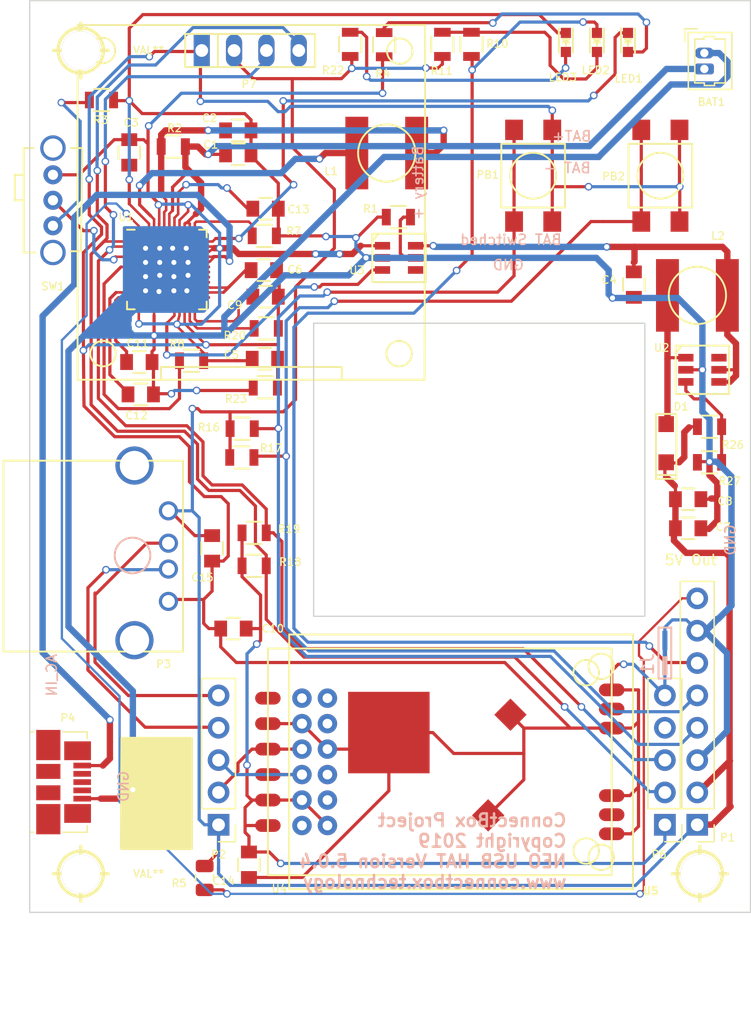
<source format=kicad_pcb>
(kicad_pcb (version 20171130) (host pcbnew "(6.0.0-rc1-dev-1413-ga48e89956)")
  (title_block (title "ConnectBox HAT") (date 2019-01-12) (rev 5.0.4))
  (layers (0 F.Cu signal) (31 B.Cu signal) (34 B.Paste user hide) (35 F.Paste user) (36 B.SilkS user) (37 F.SilkS user) (38 B.Mask user) (39 F.Mask user) (44 Edge.Cuts user))
  (net 0 "")
  (net 1 "Net-(L1-Pad2)")
  (net 2 "Net-(P2-Pad2)")
  (net 3 "Net-(P2-Pad3)")
  (net 4 "Net-(LED1-Pad2)")
  (net 5 "Net-(LED1-Pad1)")
  (net 6 "Net-(LED2-Pad2)")
  (net 7 "Net-(LED2-Pad1)")
  (net 8 "Net-(LED3-Pad2)")
  (net 9 "Net-(C2-Pad1)")
  (net 10 "Net-(C6-Pad2)")
  (net 11 "Net-(C9-Pad2)")
  (net 12 "Net-(D1-Pad2)")
  (net 13 /SDA)
  (net 14 /SCL)
  (net 15 "Net-(R7-Pad1)")
  (net 16 "Net-(R8-Pad1)")
  (net 17 "Net-(R20-Pad2)")
  (net 18 "Net-(R26-Pad2)")
  (net 19 /BAT+)
  (net 20 /GND)
  (net 21 /IPS_OUT)
  (net 22 /5V_OUT)
  (net 23 /AC_IN)
  (net 24 /A_GND)
  (net 25 /3v3)
  (net 26 "Net-(SW1-Pad2)")
  (net 27 "Net-(C11-Pad2)")
  (net 28 "Net-(C12-Pad2)")
  (net 29 "Net-(C13-Pad2)")
  (net 30 "Net-(C4-Pad1)")
  (net 31 "Net-(R1-Pad1)")
  (net 32 "Net-(R3-Pad1)")
  (net 33 "Net-(P2-Pad4)")
  (net 34 "Net-(U1-Pad20)")
  (net 35 /PG6)
  (net 36 /PG7)
  (net 37 "Net-(P2-Pad5)")
  (net 38 "Net-(P1-Pad8)")
  (module CustomComponents:OLED (layer F.Cu) (at 143.4084 66.6244)
    (fp_text reference P7 (at 3.7084 2.6308) (layer F.SilkS) (effects (font (size 0.6 0.6) (thickness 0.1))))
    (fp_text value Conn_01x04 hide)
    (pad 1 thru_hole rect (at 0 0) (size 1.27 2.54) (drill 1) (layers *.Cu *.Mask) (net 24 /A_GND))
    (pad 2 thru_hole oval (at 2.54 0) (size 1.27 2.54) (drill 1) (layers *.Cu *.Mask) (net 22 /5V_OUT))
    (pad 3 thru_hole oval (at 5.08 0) (size 1.27 2.54) (drill 1) (layers *.Cu *.Mask) (net 14 /SCL))
    (pad 4 thru_hole oval (at 7.62 0) (size 1.27 2.54) (drill 1) (layers *.Cu *.Mask) (net 13 /SDA))
  )
  (module CustomComponents:HC-R8812AU2 (layer F.Cu) (at 162.1028 122.4788 270)
    (fp_text reference U4 (at 9.9568 12.5984) (layer F.SilkS) (effects (font (size 0.6 0.6) (thickness 0.1))))
    (fp_text value "WiFi Module")
    (pad 6 smd oval (at -5 13.5 270) (size 1 2) (layers F.Cu F.Paste F.Mask))
    (pad 5 smd oval (at -3 13.5 270) (size 1 2) (layers F.Cu F.Paste F.Mask) (net 24 /A_GND))
    (pad 4 smd oval (at -1 13.5 270) (size 1 2) (layers F.Cu F.Paste F.Mask) (net 2 "Net-(P2-Pad2)"))
    (pad 3 smd oval (at 1 13.5 270) (size 1 2) (layers F.Cu F.Paste F.Mask) (net 3 "Net-(P2-Pad3)"))
    (pad 2 smd oval (at 3 13.5 270) (size 1 2) (layers F.Cu F.Paste F.Mask) (net 25 /3v3))
    (pad 1 smd oval (at 5 13.5 270) (size 1 2) (layers F.Cu F.Paste F.Mask) (net 25 /3v3))
    (pad 12 smd oval (at 5.65 -13.5 270) (size 1 2) (layers F.Cu F.Paste F.Mask) (net 24 /A_GND))
    (pad 7 smd oval (at -5.65 -13.5 270) (size 1 2) (layers F.Cu F.Paste F.Mask) (net 24 /A_GND))
    (pad 8 smd oval (at -4.15 -13.5 270) (size 1 2) (layers F.Cu F.Paste F.Mask))
    (pad 9 smd oval (at -2.65 -13.5 270) (size 1 2) (layers F.Cu F.Paste F.Mask) (net 24 /A_GND))
    (pad 10 smd oval (at 2.65 -13.5 270) (size 1 2) (layers F.Cu F.Paste F.Mask) (net 24 /A_GND))
    (pad 11 smd oval (at 4.15 -13.5 270) (size 1 2) (layers F.Cu F.Paste F.Mask))
    (pad 13 smd rect (at -2.3 4 270) (size 6.4 6.4) (layers F.Cu F.Paste F.Mask) (net 24 /A_GND))
    (pad 14 smd rect (at -3.7 -5.55 315) (size 1.8 1.8) (layers F.Cu F.Paste F.Mask) (net 24 /A_GND))
    (pad 15 smd rect (at 4.2 -3.8 315) (size 1.8 1.8) (layers F.Cu F.Paste F.Mask) (net 24 /A_GND))
  )
  (module Connector_PinHeader_2.54mm:PinHeader_1x08_P2.54mm_Vertical (layer F.Cu) (at 182.3212 127.422 180)
    (fp_text reference P1 (at -2.3876 -1.0004 180) (layer F.SilkS) (effects (font (size 0.6 0.6) (thickness 0.1))))
    (fp_text value Conn_01x08)
    (pad 1 thru_hole rect (at 0 0 180) (size 1.7 1.7) (drill 1) (layers *.Cu *.Mask) (net 22 /5V_OUT))
    (pad 2 thru_hole oval (at 0 2.54 180) (size 1.7 1.7) (drill 1) (layers *.Cu *.Mask) (net 22 /5V_OUT))
    (pad 3 thru_hole oval (at 0 5.08 180) (size 1.7 1.7) (drill 1) (layers *.Cu *.Mask) (net 20 /GND))
    (pad 4 thru_hole oval (at 0 7.62 180) (size 1.7 1.7) (drill 1) (layers *.Cu *.Mask) (net 35 /PG6))
    (pad 5 thru_hole oval (at 0 10.16 180) (size 1.7 1.7) (drill 1) (layers *.Cu *.Mask) (net 36 /PG7))
    (pad 6 thru_hole oval (at 0 12.7 180) (size 1.7 1.7) (drill 1) (layers *.Cu *.Mask) (net 7 "Net-(LED2-Pad1)"))
    (pad 7 thru_hole oval (at 0 15.24 180) (size 1.7 1.7) (drill 1) (layers *.Cu *.Mask) (net 20 /GND))
    (pad 8 thru_hole oval (at 0 17.78 180) (size 1.7 1.7) (drill 1) (layers *.Cu *.Mask) (net 38 "Net-(P1-Pad8)"))
  )
  (module w_details:hole_3mm (layer F.Cu) (at 133.9088 131.2672)
    (fp_text reference hole_3mm hide)
    (fp_text value VAL** (at 5.334 0) (layer F.SilkS) (effects (font (size 0.6 0.6) (thickness 0.1))))
    (pad 1 thru_hole circle (at 0 0) (size 2.99974 2.99974) (drill 2.99974) (layers *.Cu F.SilkS))
  )
  (module w_details:hole_3mm (layer F.Cu) (at 182.5244 131.2672)
    (fp_text reference hole_3mm hide)
    (fp_text value VAL** (at 5.334 0) (layer F.SilkS) (effects (font (size 0.6 0.6) (thickness 0.1))))
    (pad 1 thru_hole circle (at 0 0) (size 2.99974 2.99974) (drill 2.99974) (layers *.Cu F.SilkS))
  )
  (module w_details:hole_3mm (layer F.Cu) (at 133.9088 66.6144)
    (fp_text reference hole_3mm hide)
    (fp_text value VAL** (at 5.334 0) (layer F.SilkS) (effects (font (size 0.6 0.6) (thickness 0.1))))
    (pad 1 thru_hole circle (at 0 0) (size 2.99974 2.99974) (drill 2.99974) (layers *.Cu F.SilkS))
  )
  (module CustomComponents:SPDT-OS10211 (layer F.Cu) (at 131.7244 78.3844 270)
    (fp_text reference SW1 (at 6.7564 0) (layer F.SilkS) (effects (font (size 0.6 0.6) (thickness 0.1))))
    (fp_text value SPDT-2C)
    (pad 1 thru_hole circle (at -2 0 270) (size 1.5 1.5) (drill 0.8) (layers *.Cu *.Mask) (net 21 /IPS_OUT))
    (pad 2 thru_hole circle (at 0 0 270) (size 1.5 1.5) (drill 0.8) (layers *.Cu *.Mask) (net 26 "Net-(SW1-Pad2)"))
    (pad 3 thru_hole circle (at 2 0 270) (size 1.5 1.5) (drill 0.8) (layers *.Cu *.Mask) (net 32 "Net-(R3-Pad1)"))
    (pad "" thru_hole circle (at -4.1 0 270) (size 2 2) (drill 1.5) (layers *.Cu *.Mask))
    (pad "" thru_hole circle (at 4.1 0 270) (size 2 2) (drill 1.5) (layers *.Cu *.Mask))
  )
  (module LEDs:LED_0603 (layer F.Cu) (at 174.4452 65.9892 270)
    (fp_text reference LED2 (at 2.1844 0.0996) (layer F.SilkS) (effects (font (size 0.6 0.6) (thickness 0.1))))
    (fp_text value Amber)
    (pad 2 smd rect (at 0.7493 0 90) (size 0.79756 0.79756) (layers F.Cu F.Paste F.Mask) (net 6 "Net-(LED2-Pad2)"))
    (pad 1 smd rect (at -0.7493 0 90) (size 0.79756 0.79756) (layers F.Cu F.Paste F.Mask) (net 7 "Net-(LED2-Pad1)"))
  )
  (module Resistors_SMD:R_0805 (layer F.Cu) (at 164.592 66.1416 270)
    (fp_text reference R10 (at -0.0508 -2.032) (layer F.SilkS) (effects (font (size 0.6 0.6) (thickness 0.1))))
    (fp_text value 1K)
    (pad 1 smd rect (at -0.95 0 270) (size 0.7 1.3) (layers F.Cu F.Paste F.Mask) (net 6 "Net-(LED2-Pad2)"))
    (pad 2 smd rect (at 0.95 0 270) (size 0.7 1.3) (layers F.Cu F.Paste F.Mask) (net 7 "Net-(LED2-Pad1)"))
  )
  (module LEDs:LED_0603 (layer F.Cu) (at 176.8836 65.9892 270)
    (fp_text reference LED1 (at 2.8448 -0.0528) (layer F.SilkS) (effects (font (size 0.6 0.6) (thickness 0.1))))
    (fp_text value Red)
    (pad 2 smd rect (at 0.7493 0 90) (size 0.79756 0.79756) (layers F.Cu F.Paste F.Mask) (net 4 "Net-(LED1-Pad2)"))
    (pad 1 smd rect (at -0.7493 0 90) (size 0.79756 0.79756) (layers F.Cu F.Paste F.Mask) (net 5 "Net-(LED1-Pad1)"))
  )
  (module Resistors_SMD:R_0805 (layer F.Cu) (at 157.734 66.167 90)
    (fp_text reference R4 (at -2.2606 -0.1016 180) (layer F.SilkS) (effects (font (size 0.6 0.6) (thickness 0.1))))
    (fp_text value 1K)
    (pad 1 smd rect (at -0.95 0 90) (size 0.7 1.3) (layers F.Cu F.Paste F.Mask) (net 21 /IPS_OUT))
    (pad 2 smd rect (at 0.95 0 90) (size 0.7 1.3) (layers F.Cu F.Paste F.Mask) (net 4 "Net-(LED1-Pad2)"))
  )
  (module Resistors_SMD:R_0805 (layer F.Cu) (at 162.306 66.1416 90)
    (fp_text reference R11 (at -2.0828 -0.0508 180) (layer F.SilkS) (effects (font (size 0.6 0.6) (thickness 0.1))))
    (fp_text value 1K)
    (pad 1 smd rect (at -0.95 0 90) (size 0.7 1.3) (layers F.Cu F.Paste F.Mask) (net 22 /5V_OUT))
    (pad 2 smd rect (at 0.95 0 90) (size 0.7 1.3) (layers F.Cu F.Paste F.Mask) (net 6 "Net-(LED2-Pad2)"))
  )
  (module CustomComponents:USB_Micro-B_Molex_47346-0001 (layer F.Cu) (at 132.6896 124.0692)
    (fp_text reference P4 (at 0.2032 -5.0448) (layer F.SilkS) (effects (font (size 0.6 0.6) (thickness 0.1))))
    (fp_text value USB_OTG-1 hide)
    (pad 1 smd rect (at 1.33 -1.3) (size 1.38 0.45) (layers F.Cu F.Paste F.Mask) (net 23 /AC_IN))
    (pad 2 smd rect (at 1.33 -0.65) (size 1.38 0.45) (layers F.Cu F.Paste F.Mask))
    (pad 3 smd rect (at 1.33 0) (size 1.38 0.45) (layers F.Cu F.Paste F.Mask))
    (pad 4 smd rect (at 1.33 0.65) (size 1.38 0.45) (layers F.Cu F.Paste F.Mask))
    (pad 5 smd rect (at 1.33 1.3) (size 1.38 0.45) (layers F.Cu F.Paste F.Mask) (net 20 /GND))
    (pad "" smd rect (at 0.97 -2.4625) (size 2.1 1.475) (layers F.Cu F.Paste F.Mask))
    (pad "" smd rect (at 0.97 2.4625) (size 2.1 1.475) (layers F.Cu F.Paste F.Mask))
    (pad 6 smd rect (at -1.33 -2.91) (size 1.9 2.375) (layers F.Cu F.Paste F.Mask))
    (pad "" smd rect (at -1.33 2.91) (size 1.9 2.375) (layers F.Cu F.Paste F.Mask))
    (pad "" smd rect (at -1.33 -0.84) (size 1.9 1.175) (layers F.Cu F.Paste F.Mask))
    (pad "" smd rect (at -1.33 0.84) (size 1.9 1.175) (layers F.Cu F.Paste F.Mask))
  )
  (module CustomComponents:SW-TL3305 (layer F.Cu) (at 169.4368 76.454 90)
    (fp_text reference PB1 (at 0.0762 -3.556 180) (layer F.SilkS) (effects (font (size 0.6 0.6) (thickness 0.1))))
    (fp_text value SPST-PUSH)
    (pad 1 smd rect (at -3.6 -1.5 90) (size 1.6 1.4) (layers F.Cu F.Paste F.Mask) (net 35 /PG6))
    (pad 2 smd rect (at -3.6 1.5 90) (size 1.6 1.4) (layers F.Cu F.Paste F.Mask) (net 24 /A_GND))
    (pad 1 smd rect (at 3.6 -1.5 90) (size 1.6 1.4) (layers F.Cu F.Paste F.Mask) (net 35 /PG6))
    (pad 2 smd rect (at 3.6 1.5 90) (size 1.6 1.4) (layers F.Cu F.Paste F.Mask) (net 24 /A_GND))
  )
  (module CustomComponents:SW-TL3305 (layer F.Cu) (at 179.4284 76.454 90)
    (fp_text reference PB2 (at -0.0508 -3.683 180) (layer F.SilkS) (effects (font (size 0.6 0.6) (thickness 0.1))))
    (fp_text value SPST-PUSH)
    (pad 1 smd rect (at -3.6 -1.5 90) (size 1.6 1.4) (layers F.Cu F.Paste F.Mask) (net 36 /PG7))
    (pad 2 smd rect (at -3.6 1.5 90) (size 1.6 1.4) (layers F.Cu F.Paste F.Mask) (net 24 /A_GND))
    (pad 1 smd rect (at 3.6 -1.5 90) (size 1.6 1.4) (layers F.Cu F.Paste F.Mask) (net 36 /PG7))
    (pad 2 smd rect (at 3.6 1.5 90) (size 1.6 1.4) (layers F.Cu F.Paste F.Mask) (net 24 /A_GND))
  )
  (module LEDs:LED_0603 (layer F.Cu) (at 172.0068 65.9892 270)
    (fp_text reference LED3 (at 2.7432 0.252) (layer F.SilkS) (effects (font (size 0.6 0.6) (thickness 0.1))))
    (fp_text value Green)
    (pad 2 smd rect (at 0.7493 0 90) (size 0.79756 0.79756) (layers F.Cu F.Paste F.Mask) (net 8 "Net-(LED3-Pad2)"))
    (pad 1 smd rect (at -0.7493 0 90) (size 0.79756 0.79756) (layers F.Cu F.Paste F.Mask) (net 20 /GND))
  )
  (module Resistors_SMD:R_0805 (layer F.Cu) (at 155.067 66.1416 90)
    (fp_text reference R22 (at -2.032 -1.3462 180) (layer F.SilkS) (effects (font (size 0.6 0.6) (thickness 0.1))))
    (fp_text value 1K)
    (pad 1 smd rect (at -0.95 0 90) (size 0.7 1.3) (layers F.Cu F.Paste F.Mask) (net 22 /5V_OUT))
    (pad 2 smd rect (at 0.95 0 90) (size 0.7 1.3) (layers F.Cu F.Paste F.Mask) (net 8 "Net-(LED3-Pad2)"))
  )
  (module Capacitors_SMD:C_0805 (layer F.Cu) (at 146.2786 74.7776)
    (fp_text reference C1 (at -2.159 -0.762) (layer F.SilkS) (effects (font (size 0.6 0.6) (thickness 0.1))))
    (fp_text value 10uF)
    (pad 1 smd rect (at -1 0) (size 1 1.25) (layers F.Cu F.Paste F.Mask) (net 19 /BAT+))
    (pad 2 smd rect (at 1 0) (size 1 1.25) (layers F.Cu F.Paste F.Mask) (net 20 /GND))
  )
  (module Capacitors_SMD:C_0805 (layer F.Cu) (at 146.2786 72.898)
    (fp_text reference C2 (at -2.2606 -0.9652) (layer F.SilkS) (effects (font (size 0.6 0.6) (thickness 0.1))))
    (fp_text value 10uF)
    (pad 1 smd rect (at -1 0) (size 1 1.25) (layers F.Cu F.Paste F.Mask) (net 9 "Net-(C2-Pad1)"))
    (pad 2 smd rect (at 1 0) (size 1 1.25) (layers F.Cu F.Paste F.Mask) (net 20 /GND))
  )
  (module Capacitors_SMD:C_0805 (layer F.Cu) (at 137.7188 74.6252 270)
    (fp_text reference C3 (at -2.3368 -0.1524) (layer F.SilkS) (effects (font (size 0.6 0.6) (thickness 0.1))))
    (fp_text value 10uF)
    (pad 1 smd rect (at -1 0 270) (size 1 1.25) (layers F.Cu F.Paste F.Mask) (net 21 /IPS_OUT))
    (pad 2 smd rect (at 1 0 270) (size 1 1.25) (layers F.Cu F.Paste F.Mask) (net 20 /GND))
  )
  (module Capacitors_SMD:C_0805 (layer F.Cu) (at 177.3428 85.0044 270)
    (fp_text reference C4 (at -0.3716 1.9304 180) (layer F.SilkS) (effects (font (size 0.6 0.6) (thickness 0.1))))
    (fp_text value 10uF)
    (pad 1 smd rect (at -1 0 270) (size 1 1.25) (layers F.Cu F.Paste F.Mask) (net 30 "Net-(C4-Pad1)"))
    (pad 2 smd rect (at 1 0 270) (size 1 1.25) (layers F.Cu F.Paste F.Mask) (net 20 /GND))
  )
  (module Capacitors_SMD:C_0805 (layer F.Cu) (at 148.3708 90.8304 180)
    (fp_text reference C5 (at 2.6256 0.3048 180) (layer F.SilkS) (effects (font (size 0.6 0.6) (thickness 0.1))))
    (fp_text value 10uF)
    (pad 1 smd rect (at -1 0 180) (size 1 1.25) (layers F.Cu F.Paste F.Mask) (net 24 /A_GND))
    (pad 2 smd rect (at 1 0 180) (size 1 1.25) (layers F.Cu F.Paste F.Mask) (net 21 /IPS_OUT))
  )
  (module Capacitors_SMD:C_0805 (layer F.Cu) (at 148.2852 83.8708 180)
    (fp_text reference C6 (at -2.4384 0.0508 180) (layer F.SilkS) (effects (font (size 0.6 0.6) (thickness 0.1))))
    (fp_text value 1uF)
    (pad 1 smd rect (at -1 0 180) (size 1 1.25) (layers F.Cu F.Paste F.Mask) (net 24 /A_GND))
    (pad 2 smd rect (at 1 0 180) (size 1 1.25) (layers F.Cu F.Paste F.Mask) (net 10 "Net-(C6-Pad2)"))
  )
  (module Capacitors_SMD:C_0805 (layer F.Cu) (at 181.61 104.14)
    (fp_text reference C7 (at 2.7432 -0.1016 180) (layer F.SilkS) (effects (font (size 0.6 0.6) (thickness 0.1))))
    (fp_text value 22uF)
    (pad 1 smd rect (at -1 0) (size 1 1.25) (layers F.Cu F.Paste F.Mask) (net 22 /5V_OUT))
    (pad 2 smd rect (at 1 0) (size 1 1.25) (layers F.Cu F.Paste F.Mask) (net 20 /GND))
  )
  (module Capacitors_SMD:C_0805 (layer F.Cu) (at 181.61 101.854)
    (fp_text reference C8 (at 2.8956 0.1524 180) (layer F.SilkS) (effects (font (size 0.6 0.6) (thickness 0.1))))
    (fp_text value 22uF)
    (pad 1 smd rect (at -1 0) (size 1 1.25) (layers F.Cu F.Paste F.Mask) (net 22 /5V_OUT))
    (pad 2 smd rect (at 1 0) (size 1 1.25) (layers F.Cu F.Paste F.Mask) (net 20 /GND))
  )
  (module Capacitors_SMD:C_0805 (layer F.Cu) (at 148.4216 85.9536 180)
    (fp_text reference C9 (at 2.4224 -0.6604 180) (layer F.SilkS) (effects (font (size 0.6 0.6) (thickness 0.1))))
    (fp_text value 1uF)
    (pad 1 smd rect (at -1 0 180) (size 1 1.25) (layers F.Cu F.Paste F.Mask) (net 24 /A_GND))
    (pad 2 smd rect (at 1 0 180) (size 1 1.25) (layers F.Cu F.Paste F.Mask) (net 11 "Net-(C9-Pad2)"))
  )
  (module Resistors_SMD:R_0805 (layer F.Cu) (at 141.1732 74.168 180)
    (fp_text reference R2 (at -0.1016 1.4478 180) (layer F.SilkS) (effects (font (size 0.6 0.6) (thickness 0.1))))
    (fp_text value "0.03 ohm")
    (pad 1 smd rect (at -0.95 0 180) (size 0.7 1.3) (layers F.Cu F.Paste F.Mask) (net 19 /BAT+))
    (pad 2 smd rect (at 0.95 0 180) (size 0.7 1.3) (layers F.Cu F.Paste F.Mask) (net 9 "Net-(C2-Pad1)"))
  )
  (module Resistors_SMD:R_0805 (layer F.Cu) (at 148.3208 81.1784)
    (fp_text reference R7 (at 2.3114 -0.381) (layer F.SilkS) (effects (font (size 0.6 0.6) (thickness 0.1))))
    (fp_text value 100)
    (pad 1 smd rect (at -0.95 0) (size 0.7 1.3) (layers F.Cu F.Paste F.Mask) (net 15 "Net-(R7-Pad1)"))
    (pad 2 smd rect (at 0.95 0) (size 0.7 1.3) (layers F.Cu F.Paste F.Mask) (net 20 /GND))
  )
  (module Resistors_SMD:R_0805 (layer F.Cu) (at 142.6108 90.9828)
    (fp_text reference R8 (at -1.1328 -1.3208) (layer F.SilkS) (effects (font (size 0.6 0.6) (thickness 0.1))))
    (fp_text value 10K)
    (pad 1 smd rect (at -0.95 0) (size 0.7 1.3) (layers F.Cu F.Paste F.Mask) (net 16 "Net-(R8-Pad1)"))
    (pad 2 smd rect (at 0.95 0) (size 0.7 1.3) (layers F.Cu F.Paste F.Mask) (net 21 /IPS_OUT))
  )
  (module Resistors_SMD:R_0805 (layer F.Cu) (at 146.5834 96.3168 180)
    (fp_text reference R16 (at 2.6162 0.1016 180) (layer F.SilkS) (effects (font (size 0.6 0.6) (thickness 0.1))))
    (fp_text value 10K)
    (pad 1 smd rect (at -0.95 0 180) (size 0.7 1.3) (layers F.Cu F.Paste F.Mask) (net 35 /PG6))
    (pad 2 smd rect (at 0.95 0 180) (size 0.7 1.3) (layers F.Cu F.Paste F.Mask) (net 22 /5V_OUT))
  )
  (module Resistors_SMD:R_0805 (layer F.Cu) (at 146.558 98.5774 180)
    (fp_text reference R17 (at -2.286 0.7366 180) (layer F.SilkS) (effects (font (size 0.6 0.6) (thickness 0.1))))
    (fp_text value 10K)
    (pad 1 smd rect (at -0.95 0 180) (size 0.7 1.3) (layers F.Cu F.Paste F.Mask) (net 36 /PG7))
    (pad 2 smd rect (at 0.95 0 180) (size 0.7 1.3) (layers F.Cu F.Paste F.Mask) (net 22 /5V_OUT))
  )
  (module Resistors_SMD:R_0805 (layer F.Cu) (at 148.4732 88.4428 180)
    (fp_text reference R20 (at 2.474 -0.5588 180) (layer F.SilkS) (effects (font (size 0.6 0.6) (thickness 0.1))))
    (fp_text value 200K)
    (pad 1 smd rect (at -0.95 0 180) (size 0.7 1.3) (layers F.Cu F.Paste F.Mask) (net 24 /A_GND))
    (pad 2 smd rect (at 0.95 0 180) (size 0.7 1.3) (layers F.Cu F.Paste F.Mask) (net 17 "Net-(R20-Pad2)"))
  )
  (module Resistors_SMD:R_0805 (layer F.Cu) (at 148.402 93.0656)
    (fp_text reference R23 (at -2.3012 0.9144) (layer F.SilkS) (effects (font (size 0.6 0.6) (thickness 0.1))))
    (fp_text value 0)
    (pad 1 smd rect (at -0.95 0) (size 0.7 1.3) (layers F.Cu F.Paste F.Mask) (net 20 /GND))
    (pad 2 smd rect (at 0.95 0) (size 0.7 1.3) (layers F.Cu F.Paste F.Mask) (net 24 /A_GND))
  )
  (module Resistors_SMD:R_0805 (layer F.Cu) (at 183.2864 96.1644)
    (fp_text reference R26 (at 1.8288 1.4224 180) (layer F.SilkS) (effects (font (size 0.6 0.6) (thickness 0.1))))
    (fp_text value 200K)
    (pad 1 smd rect (at -0.95 0) (size 0.7 1.3) (layers F.Cu F.Paste F.Mask) (net 22 /5V_OUT))
    (pad 2 smd rect (at 0.95 0) (size 0.7 1.3) (layers F.Cu F.Paste F.Mask) (net 18 "Net-(R26-Pad2)"))
  )
  (module Resistors_SMD:R_0805 (layer F.Cu) (at 183.2864 98.9584 180)
    (fp_text reference R27 (at -1.5748 -1.4732) (layer F.SilkS) (effects (font (size 0.6 0.6) (thickness 0.1))))
    (fp_text value 27.0K)
    (pad 1 smd rect (at -0.95 0 180) (size 0.7 1.3) (layers F.Cu F.Paste F.Mask) (net 18 "Net-(R26-Pad2)"))
    (pad 2 smd rect (at 0.95 0 180) (size 0.7 1.3) (layers F.Cu F.Paste F.Mask) (net 20 /GND))
  )
  (module CustomComponents:SOT-23-6a (layer F.Cu) (at 182.7276 91.694)
    (fp_text reference U2 (at -3.2004 -1.7272) (layer F.SilkS) (effects (font (size 0.6 0.6) (thickness 0.1))))
    (fp_text value MT3608)
    (pad 1 smd rect (at -1.3 -0.95) (size 1.2 0.6) (layers F.Cu F.Paste F.Mask) (net 12 "Net-(D1-Pad2)"))
    (pad 2 smd rect (at -1.3 0) (size 1.2 0.6) (layers F.Cu F.Paste F.Mask) (net 20 /GND))
    (pad 3 smd rect (at -1.3 0.95) (size 1.2 0.6) (layers F.Cu F.Paste F.Mask) (net 18 "Net-(R26-Pad2)"))
    (pad 4 smd rect (at 1.3 0.95) (size 1.2 0.6) (layers F.Cu F.Paste F.Mask) (net 30 "Net-(C4-Pad1)"))
    (pad 6 smd rect (at 1.3 -0.95) (size 1.2 0.6) (layers F.Cu F.Paste F.Mask))
    (pad 5 smd rect (at 1.3 0) (size 1.2 0.6) (layers F.Cu F.Paste F.Mask) (net 30 "Net-(C4-Pad1)"))
  )
  (module Resistors_SMD:R_0805 (layer F.Cu) (at 147.5232 107.0864 180)
    (fp_text reference R18 (at -2.8448 0.3048) (layer F.SilkS) (effects (font (size 0.6 0.6) (thickness 0.1))))
    (fp_text value 2.2K)
    (pad 1 smd rect (at -0.95 0 180) (size 0.7 1.3) (layers F.Cu F.Paste F.Mask) (net 13 /SDA))
    (pad 2 smd rect (at 0.95 0 180) (size 0.7 1.3) (layers F.Cu F.Paste F.Mask) (net 25 /3v3))
  )
  (module Resistors_SMD:R_0805 (layer F.Cu) (at 147.5232 104.4956 180)
    (fp_text reference R19 (at -2.7432 0.3048) (layer F.SilkS) (effects (font (size 0.6 0.6) (thickness 0.1))))
    (fp_text value 2.2K)
    (pad 1 smd rect (at -0.95 0 180) (size 0.7 1.3) (layers F.Cu F.Paste F.Mask) (net 14 /SCL))
    (pad 2 smd rect (at 0.95 0 180) (size 0.7 1.3) (layers F.Cu F.Paste F.Mask) (net 25 /3v3))
  )
  (module CustomComponents:ProbePad (layer F.Cu) (at 137.9728 106.2736)
    (fp_text reference TP_IPS_OUT1 hide)
    (fp_text value TestPoint)
  )
  (module Capacitors_SMD:C_0805 (layer F.Cu) (at 145.8976 112.014 180)
    (fp_text reference C10 (at -3.0988 0 180) (layer F.SilkS) (effects (font (size 0.6 0.6) (thickness 0.1))))
    (fp_text value 1uF)
    (pad 1 smd rect (at -1 0 180) (size 1 1.25) (layers F.Cu F.Paste F.Mask) (net 25 /3v3))
    (pad 2 smd rect (at 1 0 180) (size 1 1.25) (layers F.Cu F.Paste F.Mask) (net 24 /A_GND))
  )
  (module Capacitors_SMD:C_0805 (layer F.Cu) (at 138.5062 91.0844 180)
    (fp_text reference C11 (at 0.127 1.4732 180) (layer F.SilkS) (effects (font (size 0.6 0.6) (thickness 0.1))))
    (fp_text value 4.7uF)
    (pad 1 smd rect (at -1 0 180) (size 1 1.25) (layers F.Cu F.Paste F.Mask) (net 20 /GND))
    (pad 2 smd rect (at 1 0 180) (size 1 1.25) (layers F.Cu F.Paste F.Mask) (net 27 "Net-(C11-Pad2)"))
  )
  (module Capacitors_SMD:C_0805 (layer F.Cu) (at 138.6172 93.6244 180)
    (fp_text reference C12 (at 0.3302 -1.651 180) (layer F.SilkS) (effects (font (size 0.6 0.6) (thickness 0.1))))
    (fp_text value 4.7uF)
    (pad 1 smd rect (at -1 0 180) (size 1 1.25) (layers F.Cu F.Paste F.Mask) (net 20 /GND))
    (pad 2 smd rect (at 1 0 180) (size 1 1.25) (layers F.Cu F.Paste F.Mask) (net 28 "Net-(C12-Pad2)"))
  )
  (module Capacitors_SMD:C_0805 (layer F.Cu) (at 148.4216 79.0448 180)
    (fp_text reference C13 (at -2.5908 -0.0508 180) (layer F.SilkS) (effects (font (size 0.6 0.6) (thickness 0.1))))
    (fp_text value 4.7uF)
    (pad 1 smd rect (at -1 0 180) (size 1 1.25) (layers F.Cu F.Paste F.Mask) (net 20 /GND))
    (pad 2 smd rect (at 1 0 180) (size 1 1.25) (layers F.Cu F.Paste F.Mask) (net 29 "Net-(C13-Pad2)"))
  )
  (module Resistors_SMD:R_0805 (layer F.Cu) (at 158.8516 79.7052 180)
    (fp_text reference R1 (at 2.1844 0.6604) (layer F.SilkS) (effects (font (size 0.6 0.6) (thickness 0.1))))
    (fp_text value 162)
    (pad 1 smd rect (at -0.95 0 180) (size 0.7 1.3) (layers F.Cu F.Paste F.Mask) (net 31 "Net-(R1-Pad1)"))
    (pad 2 smd rect (at 0.95 0 180) (size 0.7 1.3) (layers F.Cu F.Paste F.Mask) (net 20 /GND))
  )
  (module CustomComponents:SOT-23-6a (layer F.Cu) (at 158.9024 82.9056)
    (fp_text reference U3 (at -3.302 0.9652) (layer F.SilkS) (effects (font (size 0.6 0.6) (thickness 0.1))))
    (fp_text value MIC2019)
    (pad 1 smd rect (at -1.3 -0.95) (size 1.2 0.6) (layers F.Cu F.Paste F.Mask) (net 21 /IPS_OUT))
    (pad 2 smd rect (at -1.3 0) (size 1.2 0.6) (layers F.Cu F.Paste F.Mask) (net 20 /GND))
    (pad 3 smd rect (at -1.3 0.95) (size 1.2 0.6) (layers F.Cu F.Paste F.Mask) (net 34 "Net-(U1-Pad20)"))
    (pad 4 smd rect (at 1.3 0.95) (size 1.2 0.6) (layers F.Cu F.Paste F.Mask))
    (pad 6 smd rect (at 1.3 -0.95) (size 1.2 0.6) (layers F.Cu F.Paste F.Mask) (net 30 "Net-(C4-Pad1)"))
    (pad 5 smd rect (at 1.3 0) (size 1.2 0.6) (layers F.Cu F.Paste F.Mask) (net 31 "Net-(R1-Pad1)"))
  )
  (module CustomComponents:INDUCTOR_SMD_6x6-1 (layer F.Cu) (at 157.9372 74.676 270)
    (fp_text reference L1 (at 1.4224 4.3688 180) (layer F.SilkS) (effects (font (size 0.6 0.6) (thickness 0.1))))
    (fp_text value "4.7 uH")
    (pad 1 smd rect (at 0 -2.35 270) (size 5.7 1.8) (layers F.Cu F.Paste F.Mask) (net 9 "Net-(C2-Pad1)"))
    (pad 2 smd rect (at 0 2.35 270) (size 5.7 1.8) (layers F.Cu F.Paste F.Mask) (net 1 "Net-(L1-Pad2)"))
  )
  (module CustomComponents:INDUCTOR_SMD_6x6-1 (layer F.Cu) (at 182.3344 85.852 270)
    (fp_text reference L2 (at -4.6736 -1.6124 180) (layer F.SilkS) (effects (font (size 0.6 0.6) (thickness 0.1))))
    (fp_text value "4.7 uH")
    (pad 1 smd rect (at 0 -2.35 270) (size 5.7 1.8) (layers F.Cu F.Paste F.Mask) (net 30 "Net-(C4-Pad1)"))
    (pad 2 smd rect (at 0 2.35 270) (size 5.7 1.8) (layers F.Cu F.Paste F.Mask) (net 12 "Net-(D1-Pad2)"))
  )
  (module Resistors_SMD:R_0805 (layer F.Cu) (at 135.5344 70.5104)
    (fp_text reference R3 (at -0.0508 1.5748) (layer F.SilkS) (effects (font (size 0.6 0.6) (thickness 0.1))))
    (fp_text value 1K)
    (pad 1 smd rect (at -0.95 0) (size 0.7 1.3) (layers F.Cu F.Paste F.Mask) (net 32 "Net-(R3-Pad1)"))
    (pad 2 smd rect (at 0.95 0) (size 0.7 1.3) (layers F.Cu F.Paste F.Mask) (net 20 /GND))
  )
  (module Capacitors_SMD:C_0805 (layer F.Cu) (at 147.1168 130.556 270)
    (fp_text reference C14 (at 1.27 1.9812 180) (layer F.SilkS) (effects (font (size 0.6 0.6) (thickness 0.1))))
    (fp_text value 22uF)
    (pad 1 smd rect (at -1 0 270) (size 1 1.25) (layers F.Cu F.Paste F.Mask) (net 25 /3v3))
    (pad 2 smd rect (at 1 0 270) (size 1 1.25) (layers F.Cu F.Paste F.Mask) (net 24 /A_GND))
  )
  (module CustomComponents:SOD-123FL (layer F.Cu) (at 179.8828 97.4584 90)
    (fp_text reference D1 (at 2.8688 1.1684 180) (layer F.SilkS) (effects (font (size 0.6 0.6) (thickness 0.1))))
    (fp_text value NRVTS260ESFT1G)
    (pad 1 smd rect (at -1.5 0 90) (size 1.25 1.22) (layers F.Cu F.Paste F.Mask) (net 22 /5V_OUT))
    (pad 2 smd rect (at 1.5 0 90) (size 1.25 1.22) (layers F.Cu F.Paste F.Mask) (net 12 "Net-(D1-Pad2)"))
  )
  (module CustomComponents:UQFN-48-1EP_6x6mm_Pitch0.4mm_75 (layer F.Cu) (at 140.6652 83.82)
    (fp_text reference U1 (at -3.2004 -4.1148) (layer F.SilkS) (effects (font (size 0.6 0.6) (thickness 0.1))))
    (fp_text value AXP209)
    (pad 1 smd rect (at -3 -2.2) (size 0.8 0.2) (layers F.Cu F.Paste F.Mask) (net 13 /SDA))
    (pad 2 smd rect (at -3 -1.8) (size 0.8 0.2) (layers F.Cu F.Paste F.Mask) (net 14 /SCL))
    (pad 3 smd rect (at -3 -1.4) (size 0.8 0.2) (layers F.Cu F.Paste F.Mask))
    (pad 4 smd rect (at -3 -1) (size 0.8 0.2) (layers F.Cu F.Paste F.Mask) (net 26 "Net-(SW1-Pad2)"))
    (pad 5 smd rect (at -3 -0.6) (size 0.8 0.2) (layers F.Cu F.Paste F.Mask))
    (pad 6 smd rect (at -3 -0.2) (size 0.8 0.2) (layers F.Cu F.Paste F.Mask) (net 16 "Net-(R8-Pad1)"))
    (pad 7 smd rect (at -3 0.2) (size 0.8 0.2) (layers F.Cu F.Paste F.Mask))
    (pad 8 smd rect (at -3 0.6) (size 0.8 0.2) (layers F.Cu F.Paste F.Mask))
    (pad 9 smd rect (at -3 1) (size 0.8 0.2) (layers F.Cu F.Paste F.Mask) (net 20 /GND))
    (pad 10 smd rect (at -3 1.4) (size 0.8 0.2) (layers F.Cu F.Paste F.Mask))
    (pad 11 smd rect (at -3 1.8) (size 0.8 0.2) (layers F.Cu F.Paste F.Mask) (net 28 "Net-(C12-Pad2)"))
    (pad 12 smd rect (at -3 2.2) (size 0.8 0.2) (layers F.Cu F.Paste F.Mask) (net 27 "Net-(C11-Pad2)"))
    (pad 13 smd rect (at -2.2 3 90) (size 0.8 0.2) (layers F.Cu F.Paste F.Mask) (net 21 /IPS_OUT))
    (pad 14 smd rect (at -1.8 3 90) (size 0.8 0.2) (layers F.Cu F.Paste F.Mask))
    (pad 15 smd rect (at -1.4 3 90) (size 0.8 0.2) (layers F.Cu F.Paste F.Mask))
    (pad 16 smd rect (at -1 3 90) (size 0.8 0.2) (layers F.Cu F.Paste F.Mask) (net 20 /GND))
    (pad 17 smd rect (at -0.6 3 90) (size 0.8 0.2) (layers F.Cu F.Paste F.Mask))
    (pad 18 smd rect (at -0.2 3 90) (size 0.8 0.2) (layers F.Cu F.Paste F.Mask))
    (pad 19 smd rect (at 0.2 3 90) (size 0.8 0.2) (layers F.Cu F.Paste F.Mask))
    (pad 20 smd rect (at 0.6 3 90) (size 0.8 0.2) (layers F.Cu F.Paste F.Mask) (net 34 "Net-(U1-Pad20)"))
    (pad 21 smd rect (at 1 3 90) (size 0.8 0.2) (layers F.Cu F.Paste F.Mask) (net 21 /IPS_OUT))
    (pad 22 smd rect (at 1.4 3 90) (size 0.8 0.2) (layers F.Cu F.Paste F.Mask) (net 24 /A_GND))
    (pad 23 smd rect (at 1.8 3 90) (size 0.8 0.2) (layers F.Cu F.Paste F.Mask) (net 17 "Net-(R20-Pad2)"))
    (pad 24 smd rect (at 2.2 3 90) (size 0.8 0.2) (layers F.Cu F.Paste F.Mask) (net 11 "Net-(C9-Pad2)"))
    (pad 25 smd rect (at 3 2.2) (size 0.8 0.2) (layers F.Cu F.Paste F.Mask))
    (pad 26 smd rect (at 3 1.8) (size 0.8 0.2) (layers F.Cu F.Paste F.Mask) (net 10 "Net-(C6-Pad2)"))
    (pad 27 smd rect (at 3 1.4) (size 0.8 0.2) (layers F.Cu F.Paste F.Mask) (net 10 "Net-(C6-Pad2)"))
    (pad 28 smd rect (at 3 1) (size 0.8 0.2) (layers F.Cu F.Paste F.Mask))
    (pad 29 smd rect (at 3 0.6) (size 0.8 0.2) (layers F.Cu F.Paste F.Mask))
    (pad 30 smd rect (at 3 0.2) (size 0.8 0.2) (layers F.Cu F.Paste F.Mask))
    (pad 31 smd rect (at 3 -0.2) (size 0.8 0.2) (layers F.Cu F.Paste F.Mask))
    (pad 32 smd rect (at 3 -0.6) (size 0.8 0.2) (layers F.Cu F.Paste F.Mask) (net 23 /AC_IN))
    (pad 33 smd rect (at 3 -1) (size 0.8 0.2) (layers F.Cu F.Paste F.Mask) (net 23 /AC_IN))
    (pad 34 smd rect (at 3 -1.4) (size 0.8 0.2) (layers F.Cu F.Paste F.Mask) (net 21 /IPS_OUT))
    (pad 35 smd rect (at 3 -1.8) (size 0.8 0.2) (layers F.Cu F.Paste F.Mask) (net 21 /IPS_OUT))
    (pad 36 smd rect (at 3 -2.2) (size 0.8 0.2) (layers F.Cu F.Paste F.Mask) (net 5 "Net-(LED1-Pad1)"))
    (pad 37 smd rect (at 2.2 -3 90) (size 0.8 0.2) (layers F.Cu F.Paste F.Mask) (net 15 "Net-(R7-Pad1)"))
    (pad 38 smd rect (at 1.8 -3 90) (size 0.8 0.2) (layers F.Cu F.Paste F.Mask) (net 19 /BAT+))
    (pad 39 smd rect (at 1.4 -3 90) (size 0.8 0.2) (layers F.Cu F.Paste F.Mask) (net 19 /BAT+))
    (pad 40 smd rect (at 1 -3 90) (size 0.8 0.2) (layers F.Cu F.Paste F.Mask) (net 21 /IPS_OUT))
    (pad 41 smd rect (at 0.6 -3 90) (size 0.8 0.2) (layers F.Cu F.Paste F.Mask) (net 29 "Net-(C13-Pad2)"))
    (pad 42 smd rect (at 0.2 -3 90) (size 0.8 0.2) (layers F.Cu F.Paste F.Mask) (net 19 /BAT+))
    (pad 43 smd rect (at -0.2 -3 90) (size 0.8 0.2) (layers F.Cu F.Paste F.Mask) (net 9 "Net-(C2-Pad1)"))
    (pad 44 smd rect (at -0.6 -3 90) (size 0.8 0.2) (layers F.Cu F.Paste F.Mask) (net 21 /IPS_OUT))
    (pad 45 smd rect (at -1 -3 90) (size 0.8 0.2) (layers F.Cu F.Paste F.Mask) (net 1 "Net-(L1-Pad2)"))
    (pad 46 smd rect (at -1.4 -3 90) (size 0.8 0.2) (layers F.Cu F.Paste F.Mask) (net 20 /GND))
    (pad 47 smd rect (at -1.8 -3 90) (size 0.8 0.2) (layers F.Cu F.Paste F.Mask))
    (pad 48 smd rect (at -2.2 -3 90) (size 0.8 0.2) (layers F.Cu F.Paste F.Mask) (net 38 "Net-(P1-Pad8)"))
    (pad 49 smd rect (at 1.66875 1.66875) (size 1.1125 1.1125) (layers F.Cu F.Paste F.Mask) (net 20 /GND))
    (pad 49 smd rect (at 1.66875 0.55625) (size 1.1125 1.1125) (layers F.Cu F.Paste F.Mask) (net 20 /GND))
    (pad 49 smd rect (at 1.66875 -0.55625) (size 1.1125 1.1125) (layers F.Cu F.Paste F.Mask) (net 20 /GND))
    (pad 49 smd rect (at 1.66875 -1.66875) (size 1.1125 1.1125) (layers F.Cu F.Paste F.Mask) (net 20 /GND))
    (pad 49 smd rect (at 0.55625 1.66875) (size 1.1125 1.1125) (layers F.Cu F.Paste F.Mask) (net 20 /GND))
    (pad 49 smd rect (at 0.55625 0.55625) (size 1.1125 1.1125) (layers F.Cu F.Paste F.Mask) (net 20 /GND))
    (pad 49 smd rect (at 0.55625 -0.55625) (size 1.1125 1.1125) (layers F.Cu F.Paste F.Mask) (net 20 /GND))
    (pad 49 smd rect (at 0.55625 -1.66875) (size 1.1125 1.1125) (layers F.Cu F.Paste F.Mask) (net 20 /GND))
    (pad 49 smd rect (at -0.55625 1.66875) (size 1.1125 1.1125) (layers F.Cu F.Paste F.Mask) (net 20 /GND))
    (pad 49 smd rect (at -0.55625 0.55625) (size 1.1125 1.1125) (layers F.Cu F.Paste F.Mask) (net 20 /GND))
    (pad 49 smd rect (at -0.55625 -0.55625) (size 1.1125 1.1125) (layers F.Cu F.Paste F.Mask) (net 20 /GND))
    (pad 49 smd rect (at -0.55625 -1.66875) (size 1.1125 1.1125) (layers F.Cu F.Paste F.Mask) (net 20 /GND))
    (pad 49 smd rect (at -1.66875 1.66875) (size 1.1125 1.1125) (layers F.Cu F.Paste F.Mask) (net 20 /GND))
    (pad 49 smd rect (at -1.66875 0.55625) (size 1.1125 1.1125) (layers F.Cu F.Paste F.Mask) (net 20 /GND))
    (pad 49 smd rect (at -1.66875 -0.55625) (size 1.1125 1.1125) (layers F.Cu F.Paste F.Mask) (net 20 /GND))
    (pad 49 smd rect (at -1.66875 -1.66875) (size 1.1125 1.1125) (layers F.Cu F.Paste F.Mask) (net 20 /GND))
  )
  (module Capacitors_SMD:C_0805 (layer F.Cu) (at 144.2212 105.7148 90)
    (fp_text reference C15 (at -2.286 -0.762 180) (layer F.SilkS) (effects (font (size 0.6 0.6) (thickness 0.1))))
    (fp_text value 22uF)
    (pad 1 smd rect (at -1 0 90) (size 1 1.25) (layers F.Cu F.Paste F.Mask) (net 24 /A_GND))
    (pad 2 smd rect (at 1 0 90) (size 1 1.25) (layers F.Cu F.Paste F.Mask) (net 22 /5V_OUT))
  )
  (module CustomComponents:USB_A (layer F.Cu) (at 140.79008 102.76754 270)
    (fp_text reference P3 (at 12.04046 0.37888) (layer F.SilkS) (effects (font (size 0.6 0.6) (thickness 0.1))))
    (fp_text value USB_A_1)
    (pad 4 thru_hole circle (at 7.11286 -0.00212 180) (size 1.50114 1.50114) (drill 1.00076) (layers *.Cu *.Mask) (net 24 /A_GND))
    (pad 3 thru_hole circle (at 4.57286 -0.00212 180) (size 1.50114 1.50114) (drill 1.00076) (layers *.Cu *.Mask) (net 33 "Net-(P2-Pad4)"))
    (pad 2 thru_hole circle (at 2.54086 -0.00212 180) (size 1.50114 1.50114) (drill 1.00076) (layers *.Cu *.Mask) (net 37 "Net-(P2-Pad5)"))
    (pad 1 thru_hole circle (at 0.00086 -0.00212 180) (size 1.50114 1.50114) (drill 1.00076) (layers *.Cu *.Mask) (net 22 /5V_OUT))
    (pad "" thru_hole circle (at 10.16086 2.66488 180) (size 2.99974 2.99974) (drill 2.30124) (layers *.Cu *.Mask))
    (pad 5 thru_hole circle (at -3.55514 2.66488 180) (size 2.99974 2.99974) (drill 2.30124) (layers *.Cu *.Mask))
  )
  (module Connector_PinHeader_2.54mm:PinHeader_1x05_P2.54mm_Vertical (layer F.Cu) (at 179.7812 127.422 180)
    (fp_text reference P6 (at 0.4572 -2.33 180) (layer F.SilkS) (effects (font (size 0.6 0.6) (thickness 0.1))))
    (fp_text value Conn_01x05)
    (pad 1 thru_hole rect (at 0 0 180) (size 1.7 1.7) (drill 1) (layers *.Cu *.Mask) (net 25 /3v3))
    (pad 2 thru_hole oval (at 0 2.54 180) (size 1.7 1.7) (drill 1) (layers *.Cu *.Mask) (net 13 /SDA))
    (pad 3 thru_hole oval (at 0 5.08 180) (size 1.7 1.7) (drill 1) (layers *.Cu *.Mask) (net 14 /SCL))
    (pad 4 thru_hole oval (at 0 7.62 180) (size 1.7 1.7) (drill 1) (layers *.Cu *.Mask))
    (pad 5 thru_hole oval (at 0 10.16 180) (size 1.7 1.7) (drill 1) (layers *.Cu *.Mask) (net 24 /A_GND))
  )
  (module Connector_PinHeader_2.54mm:PinHeader_1x05_P2.54mm_Vertical (layer F.Cu) (at 144.7292 127.422 180)
    (fp_text reference P2 (at 0 -2.33 180) (layer F.SilkS) (effects (font (size 0.6 0.6) (thickness 0.1))))
    (fp_text value Conn_01x05)
    (pad 1 thru_hole rect (at 0 0 180) (size 1.7 1.7) (drill 1) (layers *.Cu *.Mask) (net 22 /5V_OUT))
    (pad 2 thru_hole oval (at 0 2.54 180) (size 1.7 1.7) (drill 1) (layers *.Cu *.Mask) (net 2 "Net-(P2-Pad2)"))
    (pad 3 thru_hole oval (at 0 5.08 180) (size 1.7 1.7) (drill 1) (layers *.Cu *.Mask) (net 3 "Net-(P2-Pad3)"))
    (pad 4 thru_hole oval (at 0 7.62 180) (size 1.7 1.7) (drill 1) (layers *.Cu *.Mask) (net 33 "Net-(P2-Pad4)"))
    (pad 5 thru_hole oval (at 0 10.16 180) (size 1.7 1.7) (drill 1) (layers *.Cu *.Mask) (net 37 "Net-(P2-Pad5)"))
  )
  (module CustomComponents:NetConnect (layer F.Cu) (at 179.7812 113.4364 90)
    (fp_text reference J1 (at -1.3716 -1.3716 90) (layer B.SilkS) (effects (justify mirror)))
    (fp_text value NetConnect)
    (fp_line (start -1 0) (end 0 0) (layer B.Cu) (width 0.35))
    (pad 1 smd rect (at -1.5 0 90) (size 1.5 0.4) (layers B.Cu B.Paste B.SilkS B.Mask) (net 24 /A_GND))
    (pad 2 smd rect (at 0.5 0 90) (size 1.5 0.4) (layers B.Cu B.Paste B.Mask) (net 20 /GND))
  )
  (module "CustomComponents:Molex PicoBlade 53047-0210 - (swapped pins)" (layer F.Cu) (at 182.88 66.822 270)
    (fp_text reference BAT1 (at 3.8408 -0.5588) (layer F.SilkS) (effects (font (size 0.6 0.6) (thickness 0.1))))
    (fp_text value Battery_multi_cell)
    (pad 2 thru_hole oval (at 0 0 270) (size 0.85 1.5) (drill 0.65) (layers *.Cu *.Mask) (net 20 /GND))
    (pad 1 thru_hole roundrect (at 1.25 0 270) (size 0.85 1.5) (drill 0.65) (layers *.Cu *.Mask) (net 19 /BAT+))
  )
  (module CustomComponents:F12ASUM13-W2 (layer F.Cu) (at 163.7792 122.4788 270)
    (fp_text reference U5 (at 10.1346 -14.8844) (layer F.SilkS) (effects (font (size 0.6 0.6))))
    (fp_text value F12ASUM13-W2)
    (pad 8 thru_hole circle (at -3 12.5 270) (size 1.524 1.524) (drill 0.8) (layers *.Cu *.Mask) (net 24 /A_GND))
    (pad 9 thru_hole circle (at -1 12.5 270) (size 1.524 1.524) (drill 0.8) (layers *.Cu *.Mask) (net 2 "Net-(P2-Pad2)"))
    (pad 10 thru_hole circle (at 1 12.5 270) (size 1.524 1.524) (drill 0.8) (layers *.Cu *.Mask) (net 3 "Net-(P2-Pad3)"))
    (pad 11 thru_hole circle (at 3 12.5 270) (size 1.524 1.524) (drill 0.8) (layers *.Cu *.Mask) (net 25 /3v3))
    (pad 12 thru_hole circle (at 5 12.5 270) (size 1.524 1.524) (drill 0.762) (layers *.Cu *.Mask))
    (pad 7 thru_hole circle (at -5 12.5 270) (size 1.524 1.524) (drill 0.762) (layers *.Cu *.Mask))
    (pad 1 thru_hole circle (at -5 10.5 270) (size 1.524 1.524) (drill 0.762) (layers *.Cu *.Mask))
    (pad 2 thru_hole circle (at -3 10.5 270) (size 1.524 1.524) (drill 0.762) (layers *.Cu *.Mask))
    (pad 3 thru_hole circle (at -1 10.5 270) (size 1.524 1.524) (drill 0.762) (layers *.Cu *.Mask) (net 24 /A_GND))
    (pad 4 thru_hole circle (at 1 10.5 270) (size 1.524 1.524) (drill 0.762) (layers *.Cu *.Mask))
    (pad 5 thru_hole circle (at 3 10.5 270) (size 1.524 1.524) (drill 0.762) (layers *.Cu *.Mask))
    (pad 6 thru_hole circle (at 5 10.5 270) (size 1.524 1.524) (drill 0.762) (layers *.Cu *.Mask) (net 25 /3v3))
  )
  (module Resistor_SMD:R_0805_2012Metric (layer F.Cu) (at 143.637 131.5951 270)
    (fp_text reference R5 (at 0.4087 2.0066) (layer F.SilkS) (effects (font (size 0.6 0.6) (thickness 0.1))))
    (fp_text value 51K)
    (pad 1 smd roundrect (at -0.9375 0 270) (size 0.975 1.4) (layers F.Cu F.Paste F.Mask) (net 22 /5V_OUT))
    (pad 2 smd roundrect (at 0.9375 0 270) (size 0.975 1.4) (layers F.Cu F.Paste F.Mask) (net 38 "Net-(P1-Pad8)"))
  )
  (gr_text "5V Out" (at 181.8132 106.6292) (layer F.SilkS) (effects (font (size 0.8 0.8) (thickness 0.125))))
  (gr_text GND (at 184.912 105.0544 90) (layer B.SilkS) (effects (font (size 0.8 0.8) (thickness 0.125)) (justify mirror)))
  (gr_text "BAT Switched" (at 167.6908 81.4832) (layer B.SilkS) (effects (font (size 0.8 0.8) (thickness 0.125)) (justify mirror)))
  (gr_text GND (at 137.2616 124.4092 90) (layer B.SilkS) (effects (font (size 0.8 0.8) (thickness 0.125)) (justify mirror)))
  (gr_line (start 152.1968 88.0364) (end 178.2064 88.0364) (angle 90) (layer Edge.Cuts) (width 0.1))
  (gr_line (start 152.1968 111.0488) (end 152.1968 88.0364) (angle 90) (layer Edge.Cuts) (width 0.1))
  (gr_line (start 178.2064 111.0488) (end 152.1968 111.0488) (angle 90) (layer Edge.Cuts) (width 0.1))
  (gr_line (start 178.2064 88.0364) (end 178.2064 111.0488) (angle 90) (layer Edge.Cuts) (width 0.1))
  (gr_line (start 129.8956 62.708) (end 129.8956 134.2944) (angle 90) (layer Edge.Cuts) (width 0.1))
  (gr_line (start 186.5056 62.708) (end 129.8956 62.708) (angle 90) (layer Edge.Cuts) (width 0.1))
  (gr_line (start 186.5056 134.2944) (end 186.5056 62.708) (angle 90) (layer Edge.Cuts) (width 0.1))
  (gr_line (start 129.8956 134.2944) (end 186.5056 134.2944) (angle 90) (layer Edge.Cuts) (width 0.1))
  (gr_text AC_IN (at 131.6228 115.6716 90) (layer B.SilkS) (effects (font (size 0.8 0.8) (thickness 0.125)) (justify mirror)))
  (gr_text GND (at 167.4876 83.4644) (layer B.SilkS) (effects (font (size 0.8 0.8) (thickness 0.125)) (justify mirror)))
  (gr_text BAT+ (at 172.466 73.3552) (layer B.SilkS) (effects (font (size 0.8 0.8) (thickness 0.125)) (justify mirror)))
  (gr_text "BAT -" (at 172.1104 75.8444) (layer B.SilkS) (effects (font (size 0.8 0.8) (thickness 0.125)) (justify mirror)))
  (gr_text "Battery +" (at 160.401 77.0128 90) (layer B.SilkS) (effects (font (size 0.8 0.8) (thickness 0.125)) (justify mirror)))
  (gr_text "ConnectBox Project\nCopyright 2019\nNEO USB HAT Version 5.0.4\nwww.connectbox.technology" (at 172.1612 129.4892) (layer B.SilkS) (effects (font (size 1 1) (thickness 0.2)) (justify left mirror)))
  (via (at 138.5316 77.216) (size 0.6) (drill 0.4) (layers F.Cu B.Cu) (net 1))
  (segment (start 152.953999 74.833201) (end 152.654 75.1332) (width 0.5) (layer F.Cu) (net 1))
  (segment (start 153.1112 74.676) (end 152.953999 74.833201) (width 0.5) (layer F.Cu) (net 1))
  (segment (start 155.5872 74.676) (end 153.1112 74.676) (width 0.5) (layer F.Cu) (net 1))
  (via (at 152.654 75.1332) (size 0.6) (drill 0.4) (layers F.Cu B.Cu) (net 1))
  (segment (start 138.5316 77.216) (end 139.4968 76.2508) (width 0.5) (layer B.Cu) (net 1))
  (segment (start 139.4968 76.2508) (end 149.643196 76.2508) (width 0.5) (layer B.Cu) (net 1))
  (segment (start 150.760796 75.1332) (end 152.229736 75.1332) (width 0.5) (layer B.Cu) (net 1))
  (segment (start 149.643196 76.2508) (end 150.760796 75.1332) (width 0.5) (layer B.Cu) (net 1))
  (segment (start 152.229736 75.1332) (end 152.654 75.1332) (width 0.5) (layer B.Cu) (net 1))
  (segment (start 138.5316 77.640264) (end 138.5316 77.216) (width 0.25) (layer F.Cu) (net 1))
  (segment (start 138.5316 78.74) (end 138.5316 77.640264) (width 0.25) (layer F.Cu) (net 1))
  (segment (start 139.406002 79.614402) (end 138.5316 78.74) (width 0.25) (layer F.Cu) (net 1))
  (segment (start 139.6652 79.8736) (end 139.406002 79.614402) (width 0.2) (layer F.Cu) (net 1))
  (segment (start 139.6652 80.82) (end 139.6652 79.8736) (width 0.2) (layer F.Cu) (net 1))
  (segment (start 149.8528 121.4788) (end 151.2792 121.4788) (width 0.25) (layer F.Cu) (net 2))
  (segment (start 148.6028 121.4788) (end 149.8528 121.4788) (width 0.25) (layer F.Cu) (net 2))
  (segment (start 146.2532 123.2154) (end 144.7292 124.7394) (width 0.25) (layer F.Cu) (net 2))
  (segment (start 146.2532 122.5784) (end 146.2532 123.2154) (width 0.25) (layer F.Cu) (net 2))
  (segment (start 144.7292 124.7394) (end 144.7292 124.882) (width 0.25) (layer F.Cu) (net 2))
  (segment (start 147.3528 121.4788) (end 146.2532 122.5784) (width 0.25) (layer F.Cu) (net 2))
  (segment (start 148.6028 121.4788) (end 147.3528 121.4788) (width 0.25) (layer F.Cu) (net 2))
  (segment (start 149.8528 123.4788) (end 151.2792 123.4788) (width 0.25) (layer F.Cu) (net 3))
  (segment (start 148.6028 123.4788) (end 149.8528 123.4788) (width 0.25) (layer F.Cu) (net 3))
  (segment (start 145.866 123.4788) (end 144.7292 122.342) (width 0.25) (layer B.Cu) (net 3))
  (segment (start 151.2792 123.4788) (end 145.866 123.4788) (width 0.25) (layer B.Cu) (net 3))
  (via (at 166.2684 64.4652) (size 0.6) (drill 0.4) (layers F.Cu B.Cu) (net 4))
  (segment (start 158.115 64.4398) (end 166.243 64.4398) (width 0.25) (layer F.Cu) (net 4))
  (segment (start 166.243 64.4398) (end 166.2684 64.4652) (width 0.25) (layer F.Cu) (net 4))
  (segment (start 157.734 64.8208) (end 158.115 64.4398) (width 0.25) (layer F.Cu) (net 4))
  (segment (start 157.734 65.217) (end 157.734 64.8208) (width 0.25) (layer F.Cu) (net 4))
  (via (at 178.3334 64.4144) (size 0.6) (drill 0.4) (layers F.Cu B.Cu) (net 4))
  (segment (start 178.3334 64.4144) (end 178.3334 66.4464) (width 0.25) (layer F.Cu) (net 4))
  (segment (start 178.0413 66.7385) (end 176.8836 66.7385) (width 0.25) (layer F.Cu) (net 4))
  (segment (start 178.3334 66.4464) (end 178.0413 66.7385) (width 0.25) (layer F.Cu) (net 4))
  (segment (start 178.033401 64.114401) (end 178.3334 64.4144) (width 0.25) (layer B.Cu) (net 4))
  (segment (start 166.2684 64.4652) (end 166.977494 63.756106) (width 0.25) (layer B.Cu) (net 4))
  (segment (start 177.675106 63.756106) (end 178.033401 64.114401) (width 0.25) (layer B.Cu) (net 4))
  (segment (start 166.977494 63.756106) (end 177.675106 63.756106) (width 0.25) (layer B.Cu) (net 4))
  (segment (start 144.5036 81.3816) (end 146.32281 81.3816) (width 0.25) (layer F.Cu) (net 5))
  (via (at 146.32281 81.3816) (size 0.6) (drill 0.4) (layers F.Cu B.Cu) (net 5))
  (segment (start 144.2652 81.62) (end 144.5036 81.3816) (width 0.2) (layer F.Cu) (net 5))
  (segment (start 143.6652 81.62) (end 144.2652 81.62) (width 0.2) (layer F.Cu) (net 5))
  (via (at 150.622 77.165202) (size 0.6) (drill 0.4) (layers F.Cu B.Cu) (net 5))
  (segment (start 150.539208 77.165202) (end 150.622 77.165202) (width 0.25) (layer B.Cu) (net 5))
  (segment (start 146.32281 81.3816) (end 150.539208 77.165202) (width 0.25) (layer B.Cu) (net 5))
  (via (at 174.1932 70.1548) (size 0.6) (drill 0.4) (layers F.Cu B.Cu) (net 5))
  (segment (start 174.244 70.1548) (end 174.1932 70.1548) (width 0.25) (layer F.Cu) (net 5))
  (via (at 149.8092 70.58201) (size 0.6) (drill 0.4) (layers F.Cu B.Cu) (net 5))
  (segment (start 150.622 77.165202) (end 149.8092 76.352402) (width 0.25) (layer F.Cu) (net 5))
  (segment (start 149.8092 71.006274) (end 149.8092 70.58201) (width 0.25) (layer F.Cu) (net 5))
  (segment (start 149.8092 76.352402) (end 149.8092 71.006274) (width 0.25) (layer F.Cu) (net 5))
  (segment (start 150.233464 70.58201) (end 149.8092 70.58201) (width 0.25) (layer B.Cu) (net 5))
  (segment (start 173.76599 70.58201) (end 150.233464 70.58201) (width 0.25) (layer B.Cu) (net 5))
  (segment (start 174.1932 70.1548) (end 173.76599 70.58201) (width 0.25) (layer B.Cu) (net 5))
  (segment (start 175.8696 65.60512) (end 175.8696 68.4784) (width 0.25) (layer F.Cu) (net 5))
  (segment (start 175.8696 68.4784) (end 174.1932 70.1548) (width 0.25) (layer F.Cu) (net 5))
  (segment (start 176.23482 65.2399) (end 175.8696 65.60512) (width 0.25) (layer F.Cu) (net 5))
  (segment (start 176.8836 65.2399) (end 176.23482 65.2399) (width 0.25) (layer F.Cu) (net 5))
  (segment (start 162.306 65.1916) (end 164.592 65.1916) (width 0.25) (layer F.Cu) (net 6))
  (segment (start 164.592 65.1916) (end 170.3476 65.1916) (width 0.25) (layer F.Cu) (net 6))
  (segment (start 170.3476 65.1916) (end 170.7642 65.6082) (width 0.25) (layer F.Cu) (net 6))
  (segment (start 170.7642 65.6082) (end 170.7642 67.7926) (width 0.25) (layer F.Cu) (net 6))
  (segment (start 170.7642 67.7926) (end 171.831 68.8594) (width 0.25) (layer F.Cu) (net 6))
  (segment (start 171.831 68.8594) (end 173.5836 68.8594) (width 0.25) (layer F.Cu) (net 6))
  (segment (start 174.4452 67.9978) (end 174.4452 66.7385) (width 0.25) (layer F.Cu) (net 6))
  (segment (start 173.5836 68.8594) (end 174.4452 67.9978) (width 0.25) (layer F.Cu) (net 6))
  (via (at 178.562 113.3856) (size 0.6) (drill 0.4) (layers F.Cu B.Cu) (net 7))
  (segment (start 182.2802 114.681) (end 182.3212 114.722) (width 0.25) (layer F.Cu) (net 7))
  (segment (start 179.8574 114.681) (end 182.2802 114.681) (width 0.25) (layer F.Cu) (net 7))
  (segment (start 178.562 113.3856) (end 179.8574 114.681) (width 0.25) (layer F.Cu) (net 7))
  (via (at 163.4236 83.8962) (size 0.6) (drill 0.4) (layers F.Cu B.Cu) (net 7))
  (via (at 164.6428 68.1482) (size 0.6) (drill 0.4) (layers F.Cu B.Cu) (net 7))
  (segment (start 164.6428 67.1424) (end 164.592 67.0916) (width 0.25) (layer F.Cu) (net 7))
  (segment (start 164.6428 68.1482) (end 164.6428 67.1424) (width 0.25) (layer F.Cu) (net 7))
  (segment (start 163.4236 83.8962) (end 164.6428 82.677) (width 0.25) (layer F.Cu) (net 7))
  (segment (start 164.6428 82.677) (end 164.6428 68.572464) (width 0.25) (layer F.Cu) (net 7))
  (segment (start 164.6428 68.572464) (end 164.6428 68.1482) (width 0.25) (layer F.Cu) (net 7))
  (segment (start 151.741389 87.247211) (end 160.072589 87.247211) (width 0.25) (layer B.Cu) (net 7))
  (segment (start 178.562 113.3856) (end 178.262001 113.085601) (width 0.25) (layer B.Cu) (net 7))
  (segment (start 150.6474 88.3412) (end 151.741389 87.247211) (width 0.25) (layer B.Cu) (net 7))
  (segment (start 150.6474 111.991548) (end 150.6474 88.3412) (width 0.25) (layer B.Cu) (net 7))
  (segment (start 163.123601 84.196199) (end 163.4236 83.8962) (width 0.25) (layer B.Cu) (net 7))
  (segment (start 178.262001 113.085601) (end 151.741453 113.085601) (width 0.25) (layer B.Cu) (net 7))
  (segment (start 160.072589 87.247211) (end 163.123601 84.196199) (width 0.25) (layer B.Cu) (net 7))
  (segment (start 151.741453 113.085601) (end 150.6474 111.991548) (width 0.25) (layer B.Cu) (net 7))
  (segment (start 172.930736 64.389) (end 173.355 64.389) (width 0.25) (layer B.Cu) (net 7))
  (segment (start 168.402 64.389) (end 172.930736 64.389) (width 0.25) (layer B.Cu) (net 7))
  (segment (start 164.6428 68.1482) (end 168.402 64.389) (width 0.25) (layer B.Cu) (net 7))
  (via (at 173.355 64.389) (size 0.6) (drill 0.4) (layers F.Cu B.Cu) (net 7))
  (segment (start 174.4452 64.59112) (end 174.4452 65.2399) (width 0.25) (layer F.Cu) (net 7))
  (segment (start 174.24308 64.389) (end 174.4452 64.59112) (width 0.25) (layer F.Cu) (net 7))
  (segment (start 173.355 64.389) (end 174.24308 64.389) (width 0.25) (layer F.Cu) (net 7))
  (via (at 156.3624 68.661191) (size 0.6) (drill 0.4) (layers F.Cu B.Cu) (net 8))
  (segment (start 156.3624 65.587) (end 156.3624 68.661191) (width 0.25) (layer F.Cu) (net 8))
  (segment (start 155.967 65.1916) (end 156.3624 65.587) (width 0.25) (layer F.Cu) (net 8))
  (segment (start 155.067 65.1916) (end 155.967 65.1916) (width 0.25) (layer F.Cu) (net 8))
  (via (at 171.9834 67.9958) (size 0.6) (drill 0.4) (layers F.Cu B.Cu) (net 8))
  (segment (start 156.3624 68.661191) (end 156.662399 68.96119) (width 0.25) (layer B.Cu) (net 8))
  (segment (start 156.662399 68.96119) (end 171.01801 68.96119) (width 0.25) (layer B.Cu) (net 8))
  (segment (start 171.01801 68.96119) (end 171.683401 68.295799) (width 0.25) (layer B.Cu) (net 8))
  (segment (start 171.683401 68.295799) (end 171.9834 67.9958) (width 0.25) (layer B.Cu) (net 8))
  (segment (start 171.9834 66.7619) (end 172.0068 66.7385) (width 0.25) (layer F.Cu) (net 8))
  (segment (start 171.9834 67.9958) (end 171.9834 66.7619) (width 0.25) (layer F.Cu) (net 8))
  (via (at 143.9164 72.898) (size 0.6) (drill 0.4) (layers F.Cu B.Cu) (net 9))
  (segment (start 145.2786 72.898) (end 143.9164 72.898) (width 0.25) (layer F.Cu) (net 9))
  (via (at 162.4076 72.898) (size 0.6) (drill 0.4) (layers F.Cu B.Cu) (net 9))
  (segment (start 143.9164 72.898) (end 161.29 72.898) (width 0.5) (layer B.Cu) (net 9))
  (segment (start 161.7472 74.676) (end 160.2872 74.676) (width 0.5) (layer F.Cu) (net 9))
  (segment (start 162.4076 74.0156) (end 161.7472 74.676) (width 0.5) (layer F.Cu) (net 9))
  (segment (start 162.4076 72.898) (end 162.4076 74.0156) (width 0.5) (layer F.Cu) (net 9))
  (segment (start 162.4076 72.898) (end 161.29 72.898) (width 0.5) (layer B.Cu) (net 9))
  (segment (start 140.6144 78.357604) (end 140.2232 77.966404) (width 0.2) (layer F.Cu) (net 9))
  (segment (start 140.6144 79.160012) (end 140.6144 78.357604) (width 0.2) (layer F.Cu) (net 9))
  (segment (start 140.4652 79.309212) (end 140.6144 79.160012) (width 0.2) (layer F.Cu) (net 9))
  (segment (start 140.4652 80.82) (end 140.4652 79.309212) (width 0.2) (layer F.Cu) (net 9))
  (segment (start 140.2232 77.966404) (end 140.2232 74.168) (width 0.5) (layer F.Cu) (net 9))
  (segment (start 140.2232 74.1324) (end 140.2232 74.168) (width 0.25) (layer F.Cu) (net 9))
  (segment (start 140.5636 72.898) (end 140.2232 73.2384) (width 0.5) (layer F.Cu) (net 9))
  (segment (start 140.2232 73.2384) (end 140.2232 74.168) (width 0.5) (layer F.Cu) (net 9))
  (segment (start 143.9164 72.898) (end 140.5636 72.898) (width 0.5) (layer F.Cu) (net 9))
  (segment (start 145.1136 85.62) (end 143.6652 85.62) (width 0.2) (layer F.Cu) (net 10))
  (segment (start 144.0628 85.2424) (end 145.4912 85.2424) (width 0.2) (layer F.Cu) (net 10))
  (segment (start 144.0404 85.22) (end 144.0628 85.2424) (width 0.2) (layer F.Cu) (net 10))
  (segment (start 143.6652 85.22) (end 144.0404 85.22) (width 0.2) (layer F.Cu) (net 10))
  (segment (start 145.4912 85.2424) (end 145.1136 85.62) (width 0.25) (layer F.Cu) (net 10))
  (segment (start 145.5928 85.1408) (end 145.4912 85.2424) (width 0.25) (layer F.Cu) (net 10))
  (segment (start 147.32 83.4136) (end 145.5928 85.1408) (width 0.25) (layer F.Cu) (net 10))
  (segment (start 147.4884 83.4136) (end 147.32 83.4136) (width 0.25) (layer F.Cu) (net 10))
  (segment (start 142.8652 87.716) (end 142.8652 86.82) (width 0.2) (layer F.Cu) (net 11))
  (segment (start 143.031414 87.884) (end 142.864307 87.716893) (width 0.2) (layer F.Cu) (net 11))
  (segment (start 146.7216 85.9536) (end 146.304 86.3712) (width 0.2) (layer F.Cu) (net 11))
  (segment (start 146.304 87.5284) (end 145.9484 87.884) (width 0.2) (layer F.Cu) (net 11))
  (segment (start 142.864307 87.716893) (end 142.8652 87.716) (width 0.2) (layer F.Cu) (net 11))
  (segment (start 147.4216 85.9536) (end 146.7216 85.9536) (width 0.2) (layer F.Cu) (net 11))
  (segment (start 146.304 86.3712) (end 146.304 87.5284) (width 0.2) (layer F.Cu) (net 11))
  (segment (start 145.9484 87.884) (end 143.031414 87.884) (width 0.2) (layer F.Cu) (net 11))
  (segment (start 179.9844 95.8596) (end 179.9336 95.9104) (width 0.25) (layer F.Cu) (net 12))
  (segment (start 179.9844 90.8304) (end 180.0708 90.744) (width 0.25) (layer F.Cu) (net 12))
  (segment (start 180.0708 90.744) (end 181.4276 90.744) (width 0.25) (layer F.Cu) (net 12))
  (segment (start 179.9844 85.852) (end 179.9844 90.8304) (width 0.5) (layer F.Cu) (net 12))
  (segment (start 179.9844 90.8304) (end 179.9844 95.8596) (width 0.5) (layer F.Cu) (net 12))
  (via (at 171.9072 118.1608) (size 0.6) (drill 0.4) (layers F.Cu B.Cu) (net 13))
  (segment (start 151.4348 114.2492) (end 148.4732 111.2876) (width 0.25) (layer F.Cu) (net 13))
  (segment (start 148.4732 111.2876) (end 148.4732 107.0864) (width 0.25) (layer F.Cu) (net 13))
  (segment (start 171.9072 118.1608) (end 168.0464 114.3) (width 0.25) (layer F.Cu) (net 13))
  (segment (start 167.9956 114.2492) (end 168.0464 114.3) (width 0.25) (layer F.Cu) (net 13))
  (segment (start 151.4348 114.2492) (end 167.9956 114.2492) (width 0.25) (layer F.Cu) (net 13))
  (segment (start 137.6652 81.62) (end 135.723475 81.62) (width 0.2) (layer F.Cu) (net 13))
  (segment (start 178.562 124.8156) (end 171.9072 118.1608) (width 0.25) (layer B.Cu) (net 13))
  (segment (start 179.7148 124.8156) (end 178.562 124.8156) (width 0.25) (layer B.Cu) (net 13))
  (segment (start 179.7812 124.882) (end 179.7148 124.8156) (width 0.25) (layer B.Cu) (net 13))
  (segment (start 148.4732 106.2364) (end 148.4732 107.0864) (width 0.25) (layer F.Cu) (net 13))
  (segment (start 134.7216 94.4372) (end 136.8044 96.52) (width 0.25) (layer F.Cu) (net 13))
  (segment (start 147.6248 105.388) (end 148.4732 106.2364) (width 0.25) (layer F.Cu) (net 13))
  (segment (start 147.6248 102.3874) (end 147.6248 105.388) (width 0.25) (layer F.Cu) (net 13))
  (segment (start 146.4056 101.1682) (end 147.6248 102.3874) (width 0.25) (layer F.Cu) (net 13))
  (segment (start 143.9672 101.1682) (end 146.4056 101.1682) (width 0.25) (layer F.Cu) (net 13))
  (segment (start 135.723475 81.62) (end 134.7216 82.621875) (width 0.25) (layer F.Cu) (net 13))
  (segment (start 143.0782 100.2792) (end 143.9672 101.1682) (width 0.25) (layer F.Cu) (net 13))
  (segment (start 143.0782 97.536) (end 143.0782 100.2792) (width 0.25) (layer F.Cu) (net 13))
  (segment (start 134.7216 82.621875) (end 134.7216 94.4372) (width 0.25) (layer F.Cu) (net 13))
  (segment (start 142.0622 96.52) (end 143.0782 97.536) (width 0.25) (layer F.Cu) (net 13))
  (segment (start 136.8044 96.52) (end 142.0622 96.52) (width 0.25) (layer F.Cu) (net 13))
  (segment (start 137.723399 67.762601) (end 135.20623 70.27977) (width 0.25) (layer B.Cu) (net 13))
  (segment (start 135.183399 76.033115) (end 135.20623 76.055946) (width 0.25) (layer B.Cu) (net 13))
  (segment (start 151.0284 66.7004) (end 151.0284 66.0654) (width 0.25) (layer B.Cu) (net 13))
  (segment (start 135.20623 75.175568) (end 135.183399 75.198399) (width 0.25) (layer B.Cu) (net 13))
  (segment (start 142.729002 64.8208) (end 139.787201 67.762601) (width 0.25) (layer B.Cu) (net 13))
  (segment (start 135.183399 75.198399) (end 135.183399 76.033115) (width 0.25) (layer B.Cu) (net 13))
  (segment (start 135.20623 70.27977) (end 135.20623 75.175568) (width 0.25) (layer B.Cu) (net 13))
  (segment (start 139.787201 67.762601) (end 137.723399 67.762601) (width 0.25) (layer B.Cu) (net 13))
  (segment (start 149.7838 64.8208) (end 142.729002 64.8208) (width 0.25) (layer B.Cu) (net 13))
  (segment (start 151.0284 66.0654) (end 149.7838 64.8208) (width 0.25) (layer B.Cu) (net 13))
  (via (at 135.20623 76.055946) (size 0.6) (drill 0.4) (layers F.Cu B.Cu) (net 13))
  (segment (start 135.971023 81.372452) (end 135.971023 80.303611) (width 0.25) (layer F.Cu) (net 13))
  (segment (start 135.20623 76.48021) (end 135.20623 76.055946) (width 0.25) (layer F.Cu) (net 13))
  (segment (start 135.4836 81.859875) (end 135.971023 81.372452) (width 0.25) (layer F.Cu) (net 13))
  (segment (start 135.20623 79.538818) (end 135.20623 76.48021) (width 0.25) (layer F.Cu) (net 13))
  (segment (start 135.971023 80.303611) (end 135.20623 79.538818) (width 0.25) (layer F.Cu) (net 13))
  (via (at 173.228 118.1608) (size 0.6) (drill 0.4) (layers F.Cu B.Cu) (net 14))
  (segment (start 148.4732 104.4956) (end 149.0472 104.4956) (width 0.25) (layer F.Cu) (net 14))
  (segment (start 137.6652 82.02) (end 136.425599 82.02) (width 0.2) (layer F.Cu) (net 14))
  (segment (start 136.425599 82.02) (end 135.890798 82.554801) (width 0.2) (layer F.Cu) (net 14))
  (segment (start 168.656 113.5888) (end 173.228 118.1608) (width 0.25) (layer F.Cu) (net 14))
  (segment (start 149.7076 111.9124) (end 151.384 113.5888) (width 0.25) (layer F.Cu) (net 14))
  (segment (start 149.7076 105.18) (end 149.7076 111.9124) (width 0.25) (layer F.Cu) (net 14))
  (segment (start 151.384 113.5888) (end 168.656 113.5888) (width 0.25) (layer F.Cu) (net 14))
  (segment (start 149.0232 104.4956) (end 149.7076 105.18) (width 0.25) (layer F.Cu) (net 14))
  (segment (start 148.4732 104.4956) (end 149.0232 104.4956) (width 0.25) (layer F.Cu) (net 14))
  (segment (start 179.7402 122.301) (end 179.7812 122.342) (width 0.25) (layer B.Cu) (net 14))
  (segment (start 177.3682 122.301) (end 179.7402 122.301) (width 0.25) (layer B.Cu) (net 14))
  (segment (start 173.228 118.1608) (end 177.3682 122.301) (width 0.25) (layer B.Cu) (net 14))
  (segment (start 135.8392 74.912136) (end 135.8392 75.3364) (width 0.25) (layer B.Cu) (net 14))
  (segment (start 148.4884 66.7004) (end 148.4884 67.3354) (width 0.25) (layer B.Cu) (net 14))
  (segment (start 137.6172 68.6816) (end 135.8392 70.4596) (width 0.25) (layer B.Cu) (net 14))
  (segment (start 148.4884 67.3354) (end 147.1422 68.6816) (width 0.25) (layer B.Cu) (net 14))
  (segment (start 135.8392 70.4596) (end 135.8392 74.912136) (width 0.25) (layer B.Cu) (net 14))
  (via (at 135.8392 75.3364) (size 0.6) (drill 0.4) (layers F.Cu B.Cu) (net 14))
  (segment (start 147.1422 68.6816) (end 137.6172 68.6816) (width 0.25) (layer B.Cu) (net 14))
  (segment (start 136.174201 79.227401) (end 136.4742 79.5274) (width 0.25) (layer F.Cu) (net 14))
  (segment (start 135.8392 78.8924) (end 136.174201 79.227401) (width 0.25) (layer F.Cu) (net 14))
  (segment (start 135.8392 75.3364) (end 135.8392 78.8924) (width 0.25) (layer F.Cu) (net 14))
  (via (at 136.4742 79.5274) (size 0.6) (drill 0.4) (layers F.Cu B.Cu) (net 14))
  (segment (start 148.4732 102.627675) (end 146.581925 100.7364) (width 0.25) (layer F.Cu) (net 14))
  (segment (start 137.4394 96.0882) (end 135.2908 93.9396) (width 0.25) (layer F.Cu) (net 14))
  (segment (start 135.2908 83.154799) (end 135.869401 82.576198) (width 0.25) (layer F.Cu) (net 14))
  (via (at 136.1694 82.276199) (size 0.6) (drill 0.4) (layers F.Cu B.Cu) (net 14))
  (segment (start 135.890798 82.554801) (end 136.1694 82.276199) (width 0.25) (layer F.Cu) (net 14))
  (segment (start 136.469399 81.9762) (end 136.1694 82.276199) (width 0.25) (layer B.Cu) (net 14))
  (segment (start 142.238527 96.0882) (end 137.4394 96.0882) (width 0.25) (layer F.Cu) (net 14))
  (segment (start 135.869401 82.576198) (end 136.1694 82.276199) (width 0.25) (layer F.Cu) (net 14))
  (segment (start 148.4732 104.4956) (end 148.4732 102.627675) (width 0.25) (layer F.Cu) (net 14))
  (segment (start 144.2212 100.7364) (end 143.508211 100.023411) (width 0.25) (layer F.Cu) (net 14))
  (segment (start 143.508211 97.357884) (end 142.238527 96.0882) (width 0.25) (layer F.Cu) (net 14))
  (segment (start 143.508211 100.023411) (end 143.508211 97.357884) (width 0.25) (layer F.Cu) (net 14))
  (segment (start 146.581925 100.7364) (end 144.2212 100.7364) (width 0.25) (layer F.Cu) (net 14))
  (segment (start 135.2908 93.9396) (end 135.2908 83.154799) (width 0.25) (layer F.Cu) (net 14))
  (segment (start 136.4742 79.5274) (end 136.4742 81.971399) (width 0.25) (layer B.Cu) (net 14))
  (segment (start 136.4742 81.971399) (end 136.469399 81.9762) (width 0.25) (layer B.Cu) (net 14))
  (segment (start 147.1032 80.0608) (end 142.9824 80.0608) (width 0.2) (layer F.Cu) (net 15))
  (segment (start 142.9824 80.0608) (end 142.8652 80.178) (width 0.2) (layer F.Cu) (net 15))
  (segment (start 142.8652 80.178) (end 142.8652 80.82) (width 0.2) (layer F.Cu) (net 15))
  (segment (start 147.3708 81.1784) (end 147.3708 80.3284) (width 0.2) (layer F.Cu) (net 15))
  (segment (start 147.3708 80.3284) (end 147.1032 80.0608) (width 0.2) (layer F.Cu) (net 15))
  (segment (start 137.0652 83.62) (end 137.6652 83.62) (width 0.2) (layer F.Cu) (net 16))
  (segment (start 141.6608 90.9828) (end 141.6608 93.9496) (width 0.25) (layer F.Cu) (net 16))
  (segment (start 141.6608 93.9496) (end 140.864822 94.745578) (width 0.25) (layer F.Cu) (net 16))
  (segment (start 136.858778 94.745578) (end 135.7376 93.6244) (width 0.25) (layer F.Cu) (net 16))
  (segment (start 140.864822 94.745578) (end 136.858778 94.745578) (width 0.25) (layer F.Cu) (net 16))
  (segment (start 135.7376 93.6244) (end 135.7376 84.9476) (width 0.25) (layer F.Cu) (net 16))
  (segment (start 135.7376 84.9476) (end 137.0652 83.62) (width 0.25) (layer F.Cu) (net 16))
  (segment (start 147.5232 88.4428) (end 143.0528 88.4428) (width 0.2) (layer F.Cu) (net 17))
  (segment (start 142.4652 87.8552) (end 142.4652 86.82) (width 0.2) (layer F.Cu) (net 17))
  (segment (start 143.0528 88.4428) (end 142.4652 87.8552) (width 0.2) (layer F.Cu) (net 17))
  (segment (start 184.2364 95.2644) (end 182.952 93.98) (width 0.25) (layer F.Cu) (net 18))
  (segment (start 184.2364 96.1644) (end 184.2364 95.2644) (width 0.25) (layer F.Cu) (net 18))
  (segment (start 182.952 93.98) (end 182.0672 93.98) (width 0.25) (layer F.Cu) (net 18))
  (segment (start 181.4276 93.3404) (end 181.4276 92.644) (width 0.25) (layer F.Cu) (net 18))
  (segment (start 182.0672 93.98) (end 181.4276 93.3404) (width 0.25) (layer F.Cu) (net 18))
  (segment (start 184.2364 97.0644) (end 184.2364 98.9584) (width 0.25) (layer F.Cu) (net 18))
  (segment (start 184.2364 96.1644) (end 184.2364 97.0644) (width 0.25) (layer F.Cu) (net 18))
  (segment (start 142.1232 74.168) (end 143.1036 74.168) (width 0.5) (layer F.Cu) (net 19))
  (segment (start 143.1036 74.168) (end 143.7132 74.7776) (width 0.5) (layer F.Cu) (net 19))
  (segment (start 142.0652 80.82) (end 142.0652 80.52) (width 0.2) (layer F.Cu) (net 19))
  (segment (start 142.4652 80.22) (end 142.4652 80.82) (width 0.2) (layer F.Cu) (net 19))
  (segment (start 142.4076 80.1624) (end 142.4652 80.22) (width 0.2) (layer F.Cu) (net 19))
  (segment (start 142.0652 80.22) (end 142.1228 80.1624) (width 0.2) (layer F.Cu) (net 19))
  (segment (start 142.0652 80.82) (end 142.0652 80.22) (width 0.2) (layer F.Cu) (net 19))
  (via (at 143.9164 74.7776) (size 0.6) (drill 0.4) (layers F.Cu B.Cu) (net 19))
  (segment (start 145.2786 74.7776) (end 143.9164 74.7776) (width 0.25) (layer F.Cu) (net 19))
  (segment (start 143.7132 74.7776) (end 143.9164 74.7776) (width 0.25) (layer F.Cu) (net 19))
  (segment (start 140.8652 80.22) (end 140.8652 80.82) (width 0.2) (layer F.Cu) (net 19))
  (segment (start 140.8652 79.446628) (end 140.8652 80.22) (width 0.2) (layer F.Cu) (net 19))
  (segment (start 141.117212 79.194616) (end 140.8652 79.446628) (width 0.2) (layer F.Cu) (net 19))
  (segment (start 142.1228 80.1624) (end 142.24 80.1624) (width 0.2) (layer F.Cu) (net 19))
  (segment (start 142.24 80.1624) (end 142.4076 80.1624) (width 0.2) (layer F.Cu) (net 19))
  (segment (start 143.359385 79.043015) (end 142.9512 79.4512) (width 0.5) (layer F.Cu) (net 19))
  (segment (start 143.359385 77.014585) (end 143.359385 79.043015) (width 0.5) (layer F.Cu) (net 19))
  (segment (start 142.1232 74.168) (end 142.1232 75.7784) (width 0.5) (layer F.Cu) (net 19))
  (segment (start 142.1232 75.7784) (end 143.359385 77.014585) (width 0.5) (layer F.Cu) (net 19))
  (segment (start 142.24 80.1624) (end 142.9512 79.4512) (width 0.25) (layer F.Cu) (net 19))
  (segment (start 142.2756 76.2) (end 141.118611 77.356989) (width 0.25) (layer F.Cu) (net 19))
  (segment (start 141.118611 77.356989) (end 141.118611 79.193217) (width 0.25) (layer F.Cu) (net 19))
  (segment (start 141.118611 79.193217) (end 141.117212 79.194616) (width 0.25) (layer F.Cu) (net 19))
  (segment (start 144.559986 74.134014) (end 143.9164 74.7776) (width 0.5) (layer B.Cu) (net 19))
  (segment (start 173.846186 74.134014) (end 144.559986 74.134014) (width 0.5) (layer B.Cu) (net 19))
  (segment (start 182.88 68.072) (end 179.9082 68.072) (width 0.5) (layer B.Cu) (net 19))
  (segment (start 179.9082 68.072) (end 173.846186 74.134014) (width 0.5) (layer B.Cu) (net 19))
  (via (at 175.6664 86.0552) (size 0.6) (drill 0.4) (layers F.Cu B.Cu) (net 20))
  (via (at 182.7276 91.694) (size 0.6) (drill 0.4) (layers F.Cu B.Cu) (net 20))
  (segment (start 182.7276 91.694) (end 181.4276 91.694) (width 0.25) (layer F.Cu) (net 20))
  (segment (start 182.7276 91.694) (end 182.7276 94.996) (width 0.5) (layer B.Cu) (net 20))
  (via (at 183.2864 98.9076) (size 0.6) (drill 0.4) (layers F.Cu B.Cu) (net 20))
  (segment (start 183.2864 95.5548) (end 183.2864 98.9076) (width 0.5) (layer B.Cu) (net 20))
  (segment (start 182.7276 94.996) (end 183.2864 95.5548) (width 0.5) (layer B.Cu) (net 20))
  (segment (start 182.3872 98.9076) (end 182.3364 98.9584) (width 0.25) (layer F.Cu) (net 20))
  (segment (start 183.2864 98.9076) (end 182.3872 98.9076) (width 0.25) (layer F.Cu) (net 20))
  (segment (start 183.896 103.5372) (end 183.2424 104.1908) (width 0.5) (layer F.Cu) (net 20))
  (segment (start 183.2424 104.1908) (end 182.4924 104.1908) (width 0.25) (layer F.Cu) (net 20))
  (segment (start 183.2864 99.9744) (end 183.896 100.584) (width 0.5) (layer F.Cu) (net 20))
  (segment (start 183.2864 98.9076) (end 183.2864 99.9744) (width 0.5) (layer F.Cu) (net 20))
  (segment (start 183.4108 101.8032) (end 183.896 101.8032) (width 0.5) (layer F.Cu) (net 20))
  (segment (start 183.36 101.854) (end 183.4108 101.8032) (width 0.25) (layer F.Cu) (net 20))
  (segment (start 182.61 101.854) (end 183.36 101.854) (width 0.25) (layer F.Cu) (net 20))
  (segment (start 183.896 101.8032) (end 183.896 103.5372) (width 0.5) (layer F.Cu) (net 20))
  (segment (start 183.896 100.584) (end 183.896 101.8032) (width 0.5) (layer F.Cu) (net 20))
  (segment (start 183.896 111.252) (end 183.9468 111.252) (width 0.25) (layer B.Cu) (net 20))
  (segment (start 139.6172 91.1954) (end 139.5062 91.0844) (width 0.25) (layer F.Cu) (net 20))
  (segment (start 139.6172 93.6244) (end 139.6172 91.1954) (width 0.25) (layer F.Cu) (net 20))
  (segment (start 139.6652 87.42) (end 139.6652 86.82) (width 0.2) (layer F.Cu) (net 20))
  (segment (start 139.5062 90.2594) (end 139.6652 90.1004) (width 0.25) (layer F.Cu) (net 20))
  (segment (start 139.5062 91.0844) (end 139.5062 90.2594) (width 0.25) (layer F.Cu) (net 20))
  (segment (start 139.6652 85.9325) (end 140.0505 85.5472) (width 0.25) (layer F.Cu) (net 20))
  (segment (start 139.6652 86.82) (end 139.6652 85.9325) (width 0.2) (layer F.Cu) (net 20))
  (segment (start 138.5527 84.82) (end 138.99645 84.37625) (width 0.25) (layer F.Cu) (net 20))
  (segment (start 137.6652 84.82) (end 138.5527 84.82) (width 0.2) (layer F.Cu) (net 20))
  (segment (start 139.2652 81.8825) (end 138.99645 82.15125) (width 0.25) (layer F.Cu) (net 20))
  (segment (start 139.2652 80.82) (end 139.2652 81.8825) (width 0.2) (layer F.Cu) (net 20))
  (segment (start 139.2652 80.22) (end 137.7188 78.6736) (width 0.2) (layer F.Cu) (net 20))
  (segment (start 139.2652 80.82) (end 139.2652 80.22) (width 0.2) (layer F.Cu) (net 20))
  (via (at 143.002 93.3196) (size 0.6) (drill 0.4) (layers F.Cu B.Cu) (net 20))
  (segment (start 147.452 93.3196) (end 143.002 93.3196) (width 0.25) (layer F.Cu) (net 20))
  (via (at 141.0208 93.5736) (size 0.6) (drill 0.4) (layers F.Cu B.Cu) (net 20))
  (segment (start 141.2748 93.3196) (end 141.0208 93.5736) (width 0.25) (layer B.Cu) (net 20))
  (segment (start 143.002 93.3196) (end 141.2748 93.3196) (width 0.25) (layer B.Cu) (net 20))
  (segment (start 139.668 93.5736) (end 139.6172 93.6244) (width 0.25) (layer F.Cu) (net 20))
  (segment (start 141.0208 93.5736) (end 139.668 93.5736) (width 0.25) (layer F.Cu) (net 20))
  (via (at 137.7188 76.7588) (size 0.6) (drill 0.4) (layers F.Cu B.Cu) (net 20))
  (segment (start 137.7188 75.6252) (end 137.7188 76.7588) (width 0.25) (layer F.Cu) (net 20))
  (segment (start 137.7188 78.6736) (end 137.7188 76.7588) (width 0.25) (layer F.Cu) (net 20))
  (via (at 137.7188 70.5612) (size 0.6) (drill 0.4) (layers F.Cu B.Cu) (net 20))
  (segment (start 137.7188 76.7588) (end 137.7188 70.5612) (width 0.25) (layer B.Cu) (net 20))
  (segment (start 136.5352 70.5612) (end 136.4844 70.5104) (width 0.25) (layer F.Cu) (net 20))
  (segment (start 137.7188 70.5612) (end 136.5352 70.5612) (width 0.25) (layer F.Cu) (net 20))
  (segment (start 147.2786 72.898) (end 147.2786 74.7776) (width 0.25) (layer F.Cu) (net 20))
  (segment (start 149.4216 77.0456) (end 149.4216 79.0448) (width 0.25) (layer F.Cu) (net 20))
  (segment (start 147.2786 74.9026) (end 149.4216 77.0456) (width 0.25) (layer F.Cu) (net 20))
  (segment (start 147.2786 74.7776) (end 147.2786 74.9026) (width 0.25) (layer F.Cu) (net 20))
  (segment (start 149.4216 81.0276) (end 149.2708 81.1784) (width 0.25) (layer F.Cu) (net 20))
  (segment (start 149.4216 79.0448) (end 149.4216 81.0276) (width 0.25) (layer F.Cu) (net 20))
  (segment (start 147.2786 72.073) (end 146.7828 71.5772) (width 0.25) (layer F.Cu) (net 20))
  (segment (start 147.2786 72.898) (end 147.2786 72.073) (width 0.25) (layer F.Cu) (net 20))
  (segment (start 138.7348 71.5772) (end 137.7188 70.5612) (width 0.25) (layer F.Cu) (net 20))
  (segment (start 146.7828 71.5772) (end 138.7348 71.5772) (width 0.25) (layer F.Cu) (net 20))
  (segment (start 140.10895 82.15125) (end 140.10895 82.15125) (width 0.25) (layer F.Cu) (net 20))
  (segment (start 141.22145 82.15125) (end 142.1892 82.15125) (width 0.25) (layer F.Cu) (net 20))
  (segment (start 142.33395 82.15125) (end 142.33395 83.2612) (width 0.25) (layer F.Cu) (net 20))
  (segment (start 142.33395 83.26375) (end 142.33395 84.2772) (width 0.25) (layer F.Cu) (net 20))
  (segment (start 142.33395 84.37625) (end 141.22145 85.48875) (width 0.25) (layer F.Cu) (net 20))
  (segment (start 141.22145 85.48875) (end 141.22145 84.37625) (width 0.25) (layer F.Cu) (net 20))
  (segment (start 141.22145 84.37625) (end 141.22145 83.26375) (width 0.25) (layer F.Cu) (net 20))
  (segment (start 141.22145 83.26375) (end 140.10895 82.15125) (width 0.25) (layer F.Cu) (net 20))
  (segment (start 140.10895 82.15125) (end 138.99645 82.15125) (width 0.25) (layer F.Cu) (net 20))
  (segment (start 140.10895 83.26375) (end 140.10895 83.26375) (width 0.25) (layer F.Cu) (net 20))
  (segment (start 138.99645 82.15125) (end 138.99645 84.37625) (width 0.25) (layer F.Cu) (net 20))
  (segment (start 140.10895 83.26375) (end 140.10895 84.2772) (width 0.25) (layer F.Cu) (net 20))
  (segment (start 138.99645 84.37625) (end 138.99645 85.48875) (width 0.25) (layer F.Cu) (net 20))
  (segment (start 138.99645 85.48875) (end 140.10895 85.48875) (width 0.25) (layer F.Cu) (net 20))
  (segment (start 141.22145 85.48875) (end 142.24 85.48875) (width 0.25) (layer F.Cu) (net 20))
  (segment (start 157.226 79.7052) (end 157.9016 79.7052) (width 0.25) (layer F.Cu) (net 20))
  (segment (start 155.5496 81.3816) (end 157.226 79.7052) (width 0.25) (layer F.Cu) (net 20))
  (via (at 156.3116 82.9056) (size 0.6) (drill 0.4) (layers F.Cu B.Cu) (net 20))
  (segment (start 157.6024 82.9056) (end 156.3116 82.9056) (width 0.25) (layer F.Cu) (net 20))
  (segment (start 180.7972 86.0552) (end 175.6664 86.0552) (width 0.5) (layer B.Cu) (net 20))
  (segment (start 182.7276 87.9856) (end 180.7972 86.0552) (width 0.5) (layer B.Cu) (net 20))
  (segment (start 182.7276 91.694) (end 182.7276 87.9856) (width 0.5) (layer B.Cu) (net 20))
  (segment (start 177.292 86.0552) (end 177.3428 86.0044) (width 0.25) (layer F.Cu) (net 20))
  (segment (start 175.6664 86.0552) (end 177.292 86.0552) (width 0.25) (layer F.Cu) (net 20))
  (segment (start 134.1628 89.0016) (end 139.6652 89.0016) (width 0.5) (layer B.Cu) (net 20))
  (via (at 139.6652 89.0016) (size 0.6) (drill 0.4) (layers F.Cu B.Cu) (net 20))
  (segment (start 139.6652 89.0016) (end 139.6652 87.42) (width 0.25) (layer F.Cu) (net 20))
  (segment (start 132.9436 90.2208) (end 134.1628 89.0016) (width 0.5) (layer B.Cu) (net 20))
  (segment (start 132.9436 111.8616) (end 132.9436 90.2208) (width 0.5) (layer B.Cu) (net 20))
  (segment (start 139.6652 90.1004) (end 139.6652 89.0016) (width 0.25) (layer F.Cu) (net 20))
  (segment (start 139.6652 89.0016) (end 145.1864 89.0016) (width 0.5) (layer B.Cu) (net 20))
  (segment (start 145.1864 89.0016) (end 149.9108 84.2772) (width 0.5) (layer B.Cu) (net 20))
  (segment (start 154.94 84.2772) (end 156.3116 82.9056) (width 0.5) (layer B.Cu) (net 20))
  (segment (start 149.9108 84.2772) (end 154.94 84.2772) (width 0.5) (layer B.Cu) (net 20))
  (segment (start 155.517631 82.111631) (end 155.517631 81.751965) (width 0.25) (layer B.Cu) (net 20))
  (segment (start 155.517631 81.751965) (end 155.517631 81.327701) (width 0.25) (layer B.Cu) (net 20))
  (via (at 155.517631 81.327701) (size 0.6) (drill 0.4) (layers F.Cu B.Cu) (net 20))
  (segment (start 156.3116 82.9056) (end 155.517631 82.111631) (width 0.25) (layer B.Cu) (net 20))
  (segment (start 155.517631 81.349631) (end 155.517631 81.327701) (width 0.25) (layer F.Cu) (net 20))
  (segment (start 155.5496 81.3816) (end 155.517631 81.349631) (width 0.25) (layer F.Cu) (net 20))
  (segment (start 142.1892 82.15125) (end 142.33395 82.15125) (width 0.25) (layer F.Cu) (net 20))
  (via (at 142.1892 82.15125) (size 0.6) (drill 0.4) (layers F.Cu B.Cu) (net 20))
  (segment (start 141.1224 82.15125) (end 141.22145 82.15125) (width 0.25) (layer F.Cu) (net 20))
  (via (at 141.1224 82.15125) (size 0.6) (drill 0.4) (layers F.Cu B.Cu) (net 20))
  (segment (start 140.10895 82.15125) (end 141.1224 82.15125) (width 0.25) (layer F.Cu) (net 20))
  (via (at 140.10895 82.15125) (size 0.6) (drill 0.4) (layers F.Cu B.Cu) (net 20))
  (segment (start 138.99645 82.15125) (end 138.99645 82.15125) (width 0.25) (layer F.Cu) (net 20))
  (via (at 138.99645 82.15125) (size 0.6) (drill 0.4) (layers F.Cu B.Cu) (net 20))
  (segment (start 138.99645 83.26375) (end 138.99645 83.26375) (width 0.25) (layer F.Cu) (net 20))
  (via (at 138.99645 83.26375) (size 0.6) (drill 0.4) (layers F.Cu B.Cu) (net 20))
  (segment (start 140.10895 83.26375) (end 138.99645 83.26375) (width 0.25) (layer F.Cu) (net 20))
  (via (at 140.10895 83.26375) (size 0.6) (drill 0.4) (layers F.Cu B.Cu) (net 20))
  (segment (start 141.22145 83.26375) (end 141.22145 83.26375) (width 0.25) (layer F.Cu) (net 20))
  (via (at 141.22145 83.26375) (size 0.6) (drill 0.4) (layers F.Cu B.Cu) (net 20))
  (segment (start 142.33395 83.2612) (end 142.33395 83.26375) (width 0.25) (layer F.Cu) (net 20))
  (via (at 142.33395 83.2612) (size 0.6) (drill 0.4) (layers F.Cu B.Cu) (net 20))
  (segment (start 142.33395 84.2772) (end 142.33395 84.37625) (width 0.25) (layer F.Cu) (net 20))
  (via (at 142.33395 84.2772) (size 0.6) (drill 0.4) (layers F.Cu B.Cu) (net 20))
  (segment (start 141.22145 84.37625) (end 141.22145 84.37625) (width 0.25) (layer F.Cu) (net 20))
  (via (at 141.22145 84.37625) (size 0.6) (drill 0.4) (layers F.Cu B.Cu) (net 20))
  (segment (start 140.10895 84.2772) (end 140.10895 84.37625) (width 0.25) (layer F.Cu) (net 20))
  (via (at 140.10895 84.2772) (size 0.6) (drill 0.4) (layers F.Cu B.Cu) (net 20))
  (segment (start 138.99645 84.37625) (end 138.99645 84.37625) (width 0.25) (layer F.Cu) (net 20))
  (via (at 138.99645 84.37625) (size 0.6) (drill 0.4) (layers F.Cu B.Cu) (net 20))
  (segment (start 138.99645 85.48875) (end 138.99645 85.48875) (width 0.25) (layer F.Cu) (net 20))
  (via (at 138.99645 85.48875) (size 0.6) (drill 0.4) (layers F.Cu B.Cu) (net 20))
  (segment (start 140.0505 85.5472) (end 140.10895 85.48875) (width 0.25) (layer F.Cu) (net 20))
  (via (at 140.0505 85.5472) (size 0.6) (drill 0.4) (layers F.Cu B.Cu) (net 20))
  (segment (start 141.22145 85.48875) (end 141.22145 85.48875) (width 0.25) (layer F.Cu) (net 20))
  (via (at 141.22145 85.48875) (size 0.6) (drill 0.4) (layers F.Cu B.Cu) (net 20))
  (segment (start 142.24 85.48875) (end 142.33395 85.48875) (width 0.25) (layer F.Cu) (net 20))
  (via (at 142.24 85.48875) (size 0.6) (drill 0.4) (layers F.Cu B.Cu) (net 20))
  (segment (start 155.397194 81.2292) (end 153.586264 81.2292) (width 0.25) (layer B.Cu) (net 20))
  (segment (start 155.447994 81.28) (end 155.397194 81.2292) (width 0.25) (layer B.Cu) (net 20))
  (segment (start 153.586264 81.2292) (end 153.162 81.2292) (width 0.25) (layer B.Cu) (net 20))
  (via (at 153.162 81.2292) (size 0.6) (drill 0.4) (layers F.Cu B.Cu) (net 20))
  (segment (start 149.2708 81.1784) (end 153.1112 81.1784) (width 0.25) (layer F.Cu) (net 20))
  (segment (start 153.1112 81.1784) (end 153.162 81.2292) (width 0.25) (layer F.Cu) (net 20))
  (segment (start 174.3964 82.9056) (end 156.3116 82.9056) (width 0.5) (layer B.Cu) (net 20))
  (segment (start 175.366401 83.875601) (end 174.3964 82.9056) (width 0.5) (layer B.Cu) (net 20))
  (segment (start 175.366401 85.755201) (end 175.366401 83.875601) (width 0.5) (layer B.Cu) (net 20))
  (segment (start 175.6664 86.0552) (end 175.366401 85.755201) (width 0.5) (layer B.Cu) (net 20))
  (segment (start 132.9436 109.8296) (end 133.0452 109.9312) (width 0.25) (layer B.Cu) (net 20))
  (segment (start 132.9436 111.8616) (end 132.9436 109.8296) (width 0.25) (layer B.Cu) (net 20))
  (segment (start 134.0196 125.3692) (end 136.037202 125.3692) (width 0.25) (layer F.Cu) (net 20))
  (segment (start 184.6834 120.0404) (end 182.3466 122.3772) (width 0.5) (layer B.Cu) (net 20))
  (segment (start 182.966 112.182) (end 182.3212 112.182) (width 0.5) (layer B.Cu) (net 20))
  (segment (start 183.896 111.252) (end 182.966 112.182) (width 0.5) (layer B.Cu) (net 20))
  (segment (start 183.9722 111.252) (end 183.896 111.252) (width 0.5) (layer B.Cu) (net 20))
  (segment (start 185.0136 110.2106) (end 183.9722 111.252) (width 0.5) (layer B.Cu) (net 20))
  (segment (start 185.0136 100.076) (end 185.0136 110.2106) (width 0.5) (layer B.Cu) (net 20))
  (segment (start 183.8452 98.9076) (end 185.0136 100.076) (width 0.5) (layer B.Cu) (net 20))
  (segment (start 183.2864 98.9076) (end 183.8452 98.9076) (width 0.5) (layer B.Cu) (net 20))
  (segment (start 184.658 120.0658) (end 184.5564 120.1674) (width 0.5) (layer B.Cu) (net 20))
  (segment (start 184.658 113.9444) (end 184.658 120.0658) (width 0.5) (layer B.Cu) (net 20))
  (segment (start 182.9562 112.2426) (end 184.658 113.9444) (width 0.5) (layer B.Cu) (net 20))
  (segment (start 182.3212 112.182) (end 182.9972 112.182) (width 0.2) (layer B.Cu) (net 20))
  (segment (start 183.007 112.1918) (end 182.9562 112.2426) (width 0.5) (layer B.Cu) (net 20))
  (segment (start 182.9972 112.182) (end 183.007 112.1918) (width 0.2) (layer B.Cu) (net 20))
  (segment (start 183.9468 111.252) (end 183.007 112.1918) (width 0.5) (layer B.Cu) (net 20))
  (segment (start 137.7188 64.8716) (end 137.7188 70.5612) (width 0.25) (layer F.Cu) (net 20))
  (segment (start 169.92292 63.8048) (end 138.7856 63.8048) (width 0.25) (layer F.Cu) (net 20))
  (segment (start 138.7856 63.8048) (end 137.7188 64.8716) (width 0.25) (layer F.Cu) (net 20))
  (segment (start 171.35802 65.2399) (end 169.92292 63.8048) (width 0.25) (layer F.Cu) (net 20))
  (segment (start 172.0068 65.2399) (end 171.35802 65.2399) (width 0.25) (layer F.Cu) (net 20))
  (segment (start 179.7812 112.4712) (end 179.832 112.522) (width 0.25) (layer B.Cu) (net 20))
  (segment (start 179.7812 111.9124) (end 179.7812 112.4712) (width 0.25) (layer B.Cu) (net 20))
  (segment (start 180.361599 111.332001) (end 179.7812 111.9124) (width 0.25) (layer B.Cu) (net 20))
  (segment (start 181.471201 111.332001) (end 180.361599 111.332001) (width 0.25) (layer B.Cu) (net 20))
  (segment (start 182.3212 112.182) (end 181.471201 111.332001) (width 0.25) (layer B.Cu) (net 20))
  (segment (start 136.037202 125.3692) (end 136.042402 125.3744) (width 0.2) (layer F.Cu) (net 20))
  (segment (start 137.9982 116.9162) (end 137.9982 124.238936) (width 0.5) (layer B.Cu) (net 20))
  (via (at 137.9982 124.6632) (size 0.6) (drill 0.4) (layers F.Cu B.Cu) (net 20))
  (segment (start 132.9436 111.8616) (end 137.9982 116.9162) (width 0.5) (layer B.Cu) (net 20))
  (segment (start 137.9982 124.238936) (end 137.9982 124.6632) (width 0.5) (layer B.Cu) (net 20))
  (segment (start 137.2922 125.3692) (end 137.9982 124.6632) (width 0.5) (layer F.Cu) (net 20))
  (segment (start 135.4836 125.3692) (end 137.2922 125.3692) (width 0.5) (layer F.Cu) (net 20))
  (segment (start 157.734 74.9808) (end 145.1864 87.5284) (width 0.5) (layer B.Cu) (net 20))
  (segment (start 174.5996 74.9808) (end 157.734 74.9808) (width 0.5) (layer B.Cu) (net 20))
  (segment (start 174.5996 74.9554) (end 174.5996 74.9808) (width 0.5) (layer B.Cu) (net 20))
  (segment (start 180.2638 69.2912) (end 174.5996 74.9554) (width 0.5) (layer B.Cu) (net 20))
  (segment (start 184.0738 69.2912) (end 180.2638 69.2912) (width 0.5) (layer B.Cu) (net 20))
  (segment (start 184.6958 67.4878) (end 184.6958 68.6692) (width 0.5) (layer B.Cu) (net 20))
  (segment (start 184.03 66.822) (end 184.6958 67.4878) (width 0.5) (layer B.Cu) (net 20))
  (segment (start 145.1864 87.5284) (end 145.1864 89.0016) (width 0.5) (layer B.Cu) (net 20))
  (segment (start 184.6958 68.6692) (end 184.0738 69.2912) (width 0.5) (layer B.Cu) (net 20))
  (segment (start 182.88 66.822) (end 184.03 66.822) (width 0.5) (layer B.Cu) (net 20))
  (segment (start 141.6652 87.42) (end 141.6652 86.82) (width 0.2) (layer F.Cu) (net 21))
  (segment (start 147.2184 90.9828) (end 147.3708 90.8304) (width 0.25) (layer F.Cu) (net 21))
  (via (at 138.4808 88.0872) (size 0.6) (drill 0.4) (layers F.Cu B.Cu) (net 21))
  (segment (start 138.4652 88.0716) (end 138.4808 88.0872) (width 0.25) (layer F.Cu) (net 21))
  (segment (start 138.4652 86.82) (end 138.4652 88.0716) (width 0.2) (layer F.Cu) (net 21))
  (via (at 141.46972 88.117) (size 0.6) (drill 0.4) (layers F.Cu B.Cu) (net 21))
  (segment (start 138.4808 88.0872) (end 141.43992 88.0872) (width 0.25) (layer B.Cu) (net 21))
  (segment (start 141.43992 88.0872) (end 141.46972 88.117) (width 0.25) (layer B.Cu) (net 21))
  (segment (start 141.46972 88.117) (end 141.6652 87.42) (width 0.2) (layer F.Cu) (net 21))
  (segment (start 144.278336 82.02) (end 143.6652 82.02) (width 0.2) (layer F.Cu) (net 21))
  (segment (start 144.406536 82.1482) (end 144.278336 82.02) (width 0.2) (layer F.Cu) (net 21))
  (segment (start 144.406536 82.1482) (end 144.406536 82.161464) (width 0.25) (layer F.Cu) (net 21))
  (segment (start 143.9652 82.42) (end 143.6652 82.42) (width 0.2) (layer F.Cu) (net 21))
  (segment (start 144.365072 82.12) (end 144.2652 82.12) (width 0.25) (layer F.Cu) (net 21))
  (segment (start 144.406536 82.161464) (end 144.365072 82.12) (width 0.25) (layer F.Cu) (net 21))
  (segment (start 138.8524 73.6252) (end 137.7188 73.6252) (width 0.25) (layer F.Cu) (net 21))
  (segment (start 139.192 73.9648) (end 138.8524 73.6252) (width 0.25) (layer F.Cu) (net 21))
  (segment (start 136.5344 73.6252) (end 133.7752 76.3844) (width 0.25) (layer F.Cu) (net 21))
  (segment (start 133.7752 76.3844) (end 131.7244 76.3844) (width 0.25) (layer F.Cu) (net 21))
  (segment (start 137.7188 73.6252) (end 136.5344 73.6252) (width 0.25) (layer F.Cu) (net 21))
  (segment (start 146.4056 90.9828) (end 145.9992 90.9828) (width 0.25) (layer F.Cu) (net 21))
  (segment (start 143.5608 90.9828) (end 146.4056 90.9828) (width 0.25) (layer F.Cu) (net 21))
  (segment (start 146.4056 90.9828) (end 147.2184 90.9828) (width 0.25) (layer F.Cu) (net 21))
  (segment (start 144.8308 82.3468) (end 144.8308 82.16701) (width 0.25) (layer B.Cu) (net 21))
  (segment (start 144.406536 82.1482) (end 144.81199 82.1482) (width 0.25) (layer F.Cu) (net 21))
  (via (at 144.81199 82.1482) (size 0.6) (drill 0.4) (layers F.Cu B.Cu) (net 21))
  (segment (start 144.8308 82.16701) (end 144.81199 82.1482) (width 0.25) (layer B.Cu) (net 21))
  (segment (start 140.0652 78.85081) (end 140.157203 78.758807) (width 0.25) (layer F.Cu) (net 21))
  (segment (start 139.192 73.9648) (end 139.192 77.793604) (width 0.25) (layer F.Cu) (net 21))
  (via (at 140.0048 78.74) (size 0.6) (drill 0.4) (layers F.Cu B.Cu) (net 21))
  (segment (start 139.192 77.793604) (end 139.857204 78.458808) (width 0.25) (layer F.Cu) (net 21))
  (segment (start 139.857204 78.458808) (end 140.157203 78.758807) (width 0.25) (layer F.Cu) (net 21))
  (segment (start 142.5448 78.6892) (end 140.22681 78.6892) (width 0.25) (layer B.Cu) (net 21))
  (segment (start 140.22681 78.6892) (end 140.157203 78.758807) (width 0.25) (layer B.Cu) (net 21))
  (segment (start 144.81199 80.95639) (end 142.5448 78.6892) (width 0.25) (layer B.Cu) (net 21))
  (segment (start 144.81199 82.1482) (end 144.81199 80.95639) (width 0.25) (layer B.Cu) (net 21))
  (segment (start 142.341602 79.164264) (end 142.341602 78.74) (width 0.2) (layer F.Cu) (net 21))
  (segment (start 142.322795 78.758807) (end 142.341602 78.74) (width 0.2) (layer B.Cu) (net 21))
  (segment (start 141.6652 80.82) (end 141.6652 79.945611) (width 0.2) (layer F.Cu) (net 21))
  (segment (start 141.6652 79.945611) (end 142.341602 79.269209) (width 0.2) (layer F.Cu) (net 21))
  (via (at 142.341602 78.74) (size 0.6) (drill 0.4) (layers F.Cu B.Cu) (net 21))
  (segment (start 142.341602 79.269209) (end 142.341602 79.164264) (width 0.2) (layer F.Cu) (net 21))
  (segment (start 157.6024 81.9556) (end 155.89 81.9556) (width 0.25) (layer F.Cu) (net 21))
  (segment (start 154.653064 82.6008) (end 154.2288 82.6008) (width 0.5) (layer F.Cu) (net 21))
  (segment (start 155.2448 82.6008) (end 154.653064 82.6008) (width 0.5) (layer F.Cu) (net 21))
  (via (at 154.2288 82.6008) (size 0.6) (drill 0.4) (layers F.Cu B.Cu) (net 21))
  (segment (start 155.89 81.9556) (end 155.2448 82.6008) (width 0.5) (layer F.Cu) (net 21))
  (via (at 152.349202 82.600798) (size 0.6) (drill 0.4) (layers F.Cu B.Cu) (net 21))
  (segment (start 152.349204 82.6008) (end 152.349202 82.600798) (width 0.5) (layer B.Cu) (net 21))
  (segment (start 154.2288 82.6008) (end 152.349204 82.6008) (width 0.5) (layer B.Cu) (net 21))
  (segment (start 151.924938 82.600798) (end 152.349202 82.600798) (width 0.5) (layer F.Cu) (net 21))
  (segment (start 144.81199 82.1482) (end 145.8514 82.1482) (width 0.5) (layer F.Cu) (net 21))
  (segment (start 145.8514 82.1482) (end 146.303998 82.600798) (width 0.5) (layer F.Cu) (net 21))
  (segment (start 146.303998 82.600798) (end 151.924938 82.600798) (width 0.5) (layer F.Cu) (net 21))
  (segment (start 143.5608 90.3732) (end 141.46972 88.28212) (width 0.2) (layer F.Cu) (net 21))
  (segment (start 141.46972 88.28212) (end 141.46972 88.117) (width 0.2) (layer F.Cu) (net 21))
  (segment (start 143.5608 90.9828) (end 143.5608 90.3732) (width 0.2) (layer F.Cu) (net 21))
  (segment (start 140.0652 80.22) (end 140.070211 80.214989) (width 0.2) (layer F.Cu) (net 21))
  (segment (start 140.070211 80.214989) (end 140.070211 78.855821) (width 0.2) (layer F.Cu) (net 21))
  (segment (start 140.070211 78.855821) (end 140.0652 78.85081) (width 0.2) (layer F.Cu) (net 21))
  (segment (start 140.0652 80.82) (end 140.0652 80.22) (width 0.2) (layer F.Cu) (net 21))
  (segment (start 144.81199 82.1482) (end 144.387726 82.1482) (width 0.5) (layer F.Cu) (net 21))
  (segment (start 144.387726 82.1482) (end 143.9652 82.42) (width 0.2) (layer F.Cu) (net 21))
  (segment (start 144.2652 82.12) (end 144.387726 82.1482) (width 0.2) (layer F.Cu) (net 21))
  (segment (start 144.81199 82.572464) (end 144.81199 82.1482) (width 0.25) (layer B.Cu) (net 21))
  (segment (start 144.81199 86.68361) (end 144.81199 82.572464) (width 0.25) (layer B.Cu) (net 21))
  (segment (start 143.3786 88.117) (end 144.81199 86.68361) (width 0.25) (layer B.Cu) (net 21))
  (segment (start 141.46972 88.117) (end 143.3786 88.117) (width 0.25) (layer B.Cu) (net 21))
  (segment (start 139.192 72.5932) (end 139.2428 72.5424) (width 0.25) (layer F.Cu) (net 21))
  (segment (start 139.192 73.9648) (end 139.192 72.5932) (width 0.25) (layer F.Cu) (net 21))
  (via (at 139.2428 72.5424) (size 0.6) (drill 0.4) (layers F.Cu B.Cu) (net 21))
  (segment (start 157.182734 69.977) (end 157.606998 69.977) (width 0.25) (layer B.Cu) (net 21))
  (via (at 157.606998 69.977) (size 0.6) (drill 0.4) (layers F.Cu B.Cu) (net 21))
  (segment (start 141.8082 69.977) (end 157.182734 69.977) (width 0.25) (layer B.Cu) (net 21))
  (segment (start 139.2428 72.5424) (end 141.8082 69.977) (width 0.25) (layer B.Cu) (net 21))
  (segment (start 157.606998 67.244002) (end 157.734 67.117) (width 0.25) (layer F.Cu) (net 21))
  (segment (start 157.606998 69.977) (end 157.606998 67.244002) (width 0.25) (layer F.Cu) (net 21))
  (segment (start 181.6856 96.2152) (end 181.3052 96.5956) (width 0.5) (layer F.Cu) (net 22))
  (segment (start 182.3364 96.1644) (end 181.7364 96.1644) (width 0.25) (layer F.Cu) (net 22))
  (segment (start 181.3052 96.5956) (end 181.3052 98.552) (width 0.5) (layer F.Cu) (net 22))
  (segment (start 180.9468 99.0092) (end 179.9336 99.0092) (width 0.25) (layer F.Cu) (net 22))
  (segment (start 181.3052 98.552) (end 180.896 98.9612) (width 0.5) (layer F.Cu) (net 22))
  (segment (start 179.7812 98.9104) (end 179.7812 100.076) (width 0.25) (layer F.Cu) (net 22))
  (segment (start 180.61 100.7524) (end 180.61 101.854) (width 0.25) (layer F.Cu) (net 22))
  (segment (start 179.8828 100.1268) (end 180.5592 100.8032) (width 0.5) (layer F.Cu) (net 22))
  (segment (start 180.61 104.0732) (end 180.4924 104.1908) (width 0.25) (layer F.Cu) (net 22))
  (segment (start 180.61 101.854) (end 180.61 104.0732) (width 0.5) (layer F.Cu) (net 22))
  (segment (start 184.8866 122.4026) (end 182.3466 124.9426) (width 0.5) (layer F.Cu) (net 22))
  (segment (start 184.5564 106.0704) (end 184.8612 106.3752) (width 0.5) (layer F.Cu) (net 22))
  (segment (start 184.8612 106.3752) (end 184.8612 121.412) (width 0.5) (layer F.Cu) (net 22))
  (segment (start 181.4576 106.0704) (end 184.5564 106.0704) (width 0.5) (layer F.Cu) (net 22))
  (segment (start 180.4924 105.1052) (end 181.4576 106.0704) (width 0.5) (layer F.Cu) (net 22))
  (segment (start 180.4924 104.1908) (end 180.4924 105.1052) (width 0.5) (layer F.Cu) (net 22))
  (segment (start 142.86686 104.7148) (end 144.2212 104.7148) (width 0.25) (layer F.Cu) (net 22))
  (segment (start 142.6972 104.54514) (end 142.86686 104.7148) (width 0.25) (layer F.Cu) (net 22))
  (via (at 155.194 68.0212) (size 0.6) (drill 0.4) (layers F.Cu B.Cu) (net 22))
  (segment (start 160.9852 68.0212) (end 161.0106 67.9958) (width 0.25) (layer B.Cu) (net 22))
  (segment (start 155.194 68.0212) (end 160.9852 68.0212) (width 0.25) (layer B.Cu) (net 22))
  (via (at 161.0106 67.9958) (size 0.6) (drill 0.4) (layers F.Cu B.Cu) (net 22))
  (segment (start 145.9484 66.7004) (end 145.9484 67.3354) (width 0.25) (layer F.Cu) (net 22))
  (segment (start 145.9484 67.3354) (end 147.447 68.834) (width 0.25) (layer F.Cu) (net 22))
  (segment (start 155.194 68.0212) (end 155.194 68.0212) (width 0.25) (layer F.Cu) (net 22))
  (segment (start 154.3812 68.834) (end 155.194 68.0212) (width 0.25) (layer F.Cu) (net 22))
  (segment (start 150.5204 68.834) (end 151.9428 68.834) (width 0.25) (layer F.Cu) (net 22))
  (segment (start 147.447 68.834) (end 150.5204 68.834) (width 0.25) (layer F.Cu) (net 22))
  (segment (start 144.7292 130.9624) (end 144.7292 130.7592) (width 0.25) (layer B.Cu) (net 22))
  (segment (start 142.6972 104.54514) (end 140.76892 102.61686) (width 0.25) (layer F.Cu) (net 22))
  (segment (start 144.7292 130.7592) (end 144.7292 127.422) (width 0.25) (layer B.Cu) (net 22))
  (segment (start 182.3368 127.4064) (end 182.3212 127.422) (width 0.5) (layer F.Cu) (net 22))
  (segment (start 184.9374 125.984) (end 183.515 127.4064) (width 0.5) (layer F.Cu) (net 22))
  (segment (start 184.8612 125.9078) (end 184.9374 125.984) (width 0.5) (layer F.Cu) (net 22))
  (segment (start 183.515 127.4064) (end 182.3368 127.4064) (width 0.5) (layer F.Cu) (net 22))
  (segment (start 184.8612 121.412) (end 184.8612 125.9078) (width 0.5) (layer F.Cu) (net 22))
  (segment (start 153.8986 68.834) (end 154.3812 68.834) (width 0.25) (layer F.Cu) (net 22))
  (segment (start 151.9428 68.834) (end 153.8986 68.834) (width 0.25) (layer F.Cu) (net 22))
  (segment (start 162.306 67.6916) (end 162.306 67.0916) (width 0.25) (layer F.Cu) (net 22))
  (segment (start 162.0018 67.9958) (end 162.306 67.6916) (width 0.25) (layer F.Cu) (net 22))
  (segment (start 161.0106 67.9958) (end 162.0018 67.9958) (width 0.25) (layer F.Cu) (net 22))
  (segment (start 145.6334 98.552) (end 145.608 98.5774) (width 0.25) (layer F.Cu) (net 22))
  (segment (start 145.6334 96.3168) (end 145.6334 98.552) (width 0.25) (layer F.Cu) (net 22))
  (segment (start 142.6718 95.166264) (end 142.6718 94.742) (width 0.25) (layer B.Cu) (net 22))
  (via (at 142.6718 94.742) (size 0.6) (drill 0.4) (layers F.Cu B.Cu) (net 22))
  (segment (start 141.853666 102.7684) (end 142.6718 102.7684) (width 0.25) (layer B.Cu) (net 22))
  (segment (start 140.7922 102.7684) (end 141.853666 102.7684) (width 0.25) (layer B.Cu) (net 22))
  (segment (start 142.6718 102.7684) (end 142.6718 95.166264) (width 0.25) (layer B.Cu) (net 22))
  (segment (start 155.194 67.2186) (end 155.067 67.0916) (width 0.25) (layer F.Cu) (net 22))
  (segment (start 155.194 68.0212) (end 155.194 67.2186) (width 0.25) (layer F.Cu) (net 22))
  (segment (start 143.2052 103.3018) (end 142.6718 102.7684) (width 0.25) (layer B.Cu) (net 22))
  (segment (start 143.6292 127.422) (end 143.2052 126.998) (width 0.25) (layer B.Cu) (net 22))
  (segment (start 143.2052 126.998) (end 143.2052 103.3018) (width 0.25) (layer B.Cu) (net 22))
  (segment (start 144.7292 127.422) (end 143.6292 127.422) (width 0.25) (layer B.Cu) (net 22))
  (segment (start 149.8092 94.996) (end 145.608598 94.996) (width 0.25) (layer F.Cu) (net 22))
  (segment (start 150.7744 85.1916) (end 150.7744 94.0308) (width 0.25) (layer F.Cu) (net 22))
  (segment (start 150.7744 94.0308) (end 149.8092 94.996) (width 0.25) (layer F.Cu) (net 22))
  (segment (start 153.8224 77.5208) (end 153.8224 82.1436) (width 0.25) (layer F.Cu) (net 22))
  (segment (start 150.5204 74.2188) (end 153.8224 77.5208) (width 0.25) (layer F.Cu) (net 22))
  (segment (start 153.8224 82.1436) (end 150.7744 85.1916) (width 0.25) (layer F.Cu) (net 22))
  (segment (start 150.5204 68.834) (end 150.5204 74.2188) (width 0.25) (layer F.Cu) (net 22))
  (segment (start 143.096064 94.742) (end 142.6718 94.742) (width 0.25) (layer F.Cu) (net 22))
  (segment (start 143.350064 94.996) (end 143.096064 94.742) (width 0.25) (layer F.Cu) (net 22))
  (segment (start 145.608598 94.996) (end 143.350064 94.996) (width 0.25) (layer F.Cu) (net 22))
  (segment (start 145.6334 95.020802) (end 145.608598 94.996) (width 0.25) (layer F.Cu) (net 22))
  (segment (start 145.6334 96.3168) (end 145.6334 95.020802) (width 0.25) (layer F.Cu) (net 22))
  (segment (start 144.7292 131.2672) (end 144.7292 130.7592) (width 0.25) (layer B.Cu) (net 22))
  (segment (start 177.4698 132.1816) (end 145.6436 132.1816) (width 0.25) (layer B.Cu) (net 22))
  (segment (start 182.2294 127.422) (end 177.4698 132.1816) (width 0.25) (layer B.Cu) (net 22))
  (segment (start 145.6436 132.1816) (end 144.7292 131.2672) (width 0.25) (layer B.Cu) (net 22))
  (segment (start 182.3212 127.422) (end 182.2294 127.422) (width 0.25) (layer B.Cu) (net 22))
  (segment (start 144.7292 129.5654) (end 144.7292 127.422) (width 0.25) (layer F.Cu) (net 22))
  (segment (start 143.637 130.6576) (end 144.7292 129.5654) (width 0.25) (layer F.Cu) (net 22))
  (segment (start 144.309201 82.825001) (end 143.6652 82.825001) (width 0.2) (layer F.Cu) (net 23))
  (segment (start 143.919203 83.214999) (end 143.670201 83.214999) (width 0.25) (layer F.Cu) (net 23))
  (via (at 136.1948 119.1768) (size 0.6) (drill 0.4) (layers F.Cu B.Cu) (net 23))
  (segment (start 144.330202 82.804) (end 144.309201 82.825001) (width 0.25) (layer F.Cu) (net 23))
  (segment (start 144.431802 82.804) (end 144.330202 82.804) (width 0.25) (layer F.Cu) (net 23))
  (segment (start 144.020803 83.214999) (end 143.919203 83.214999) (width 0.2) (layer F.Cu) (net 23))
  (segment (start 144.431802 82.804) (end 144.020803 83.214999) (width 0.2) (layer F.Cu) (net 23))
  (via (at 145.59281 83.1596) (size 0.6) (drill 0.4) (layers F.Cu B.Cu) (net 23))
  (segment (start 144.431802 82.804) (end 145.23721 82.804) (width 0.25) (layer F.Cu) (net 23))
  (segment (start 145.23721 82.804) (end 145.292811 82.859601) (width 0.25) (layer F.Cu) (net 23))
  (segment (start 145.292811 82.859601) (end 145.59281 83.1596) (width 0.25) (layer F.Cu) (net 23))
  (segment (start 136.1948 120.9548) (end 136.1948 119.1768) (width 0.5) (layer F.Cu) (net 23))
  (segment (start 134.0196 122.7692) (end 135.6504 122.7692) (width 0.25) (layer F.Cu) (net 23))
  (segment (start 136.1948 122.2248) (end 136.1948 120.9548) (width 0.5) (layer F.Cu) (net 23))
  (segment (start 135.6504 122.7692) (end 136.1948 122.2248) (width 0.5) (layer F.Cu) (net 23))
  (segment (start 145.59281 82.735336) (end 145.59281 83.1596) (width 0.5) (layer B.Cu) (net 23))
  (segment (start 145.59281 80.478118) (end 145.59281 82.735336) (width 0.5) (layer B.Cu) (net 23))
  (segment (start 143.073891 77.959199) (end 145.59281 80.478118) (width 0.5) (layer B.Cu) (net 23))
  (segment (start 136.1948 119.1768) (end 130.9116 113.8936) (width 0.5) (layer B.Cu) (net 23))
  (segment (start 133.4008 79.7306) (end 135.172201 77.959199) (width 0.5) (layer B.Cu) (net 23))
  (segment (start 130.9116 87.4776) (end 133.4008 84.9884) (width 0.5) (layer B.Cu) (net 23))
  (segment (start 135.172201 77.959199) (end 143.073891 77.959199) (width 0.5) (layer B.Cu) (net 23))
  (segment (start 130.9116 113.8936) (end 130.9116 87.4776) (width 0.5) (layer B.Cu) (net 23))
  (segment (start 133.4008 84.9884) (end 133.4008 79.7306) (width 0.5) (layer B.Cu) (net 23))
  (segment (start 177.7096 116.8288) (end 175.6028 116.8288) (width 0.25) (layer F.Cu) (net 24))
  (segment (start 177.7096 116.8288) (end 177.7096 119.318) (width 0.25) (layer F.Cu) (net 24))
  (segment (start 177.1988 119.8288) (end 175.6028 119.8288) (width 0.25) (layer F.Cu) (net 24))
  (segment (start 177.7096 119.318) (end 177.1988 119.8288) (width 0.25) (layer F.Cu) (net 24))
  (segment (start 177.7096 119.318) (end 177.7096 124.4488) (width 0.25) (layer F.Cu) (net 24))
  (segment (start 177.0296 125.1288) (end 175.6028 125.1288) (width 0.25) (layer F.Cu) (net 24))
  (segment (start 177.7096 124.4488) (end 177.0296 125.1288) (width 0.25) (layer F.Cu) (net 24))
  (segment (start 177.7096 124.4488) (end 177.7096 127.5476) (width 0.25) (layer F.Cu) (net 24))
  (segment (start 177.1284 128.1288) (end 175.6028 128.1288) (width 0.25) (layer F.Cu) (net 24))
  (segment (start 177.7096 127.5476) (end 177.1284 128.1288) (width 0.25) (layer F.Cu) (net 24))
  (segment (start 168.7028 119.8288) (end 167.6528 118.7788) (width 0.25) (layer F.Cu) (net 24))
  (segment (start 168.7028 123.8788) (end 165.9028 126.6788) (width 0.25) (layer F.Cu) (net 24))
  (segment (start 168.7028 119.8288) (end 168.7028 121.8184) (width 0.25) (layer F.Cu) (net 24))
  (segment (start 168.7028 121.8184) (end 168.7028 123.8788) (width 0.25) (layer F.Cu) (net 24))
  (segment (start 161.5528 120.1788) (end 158.1028 120.1788) (width 0.25) (layer F.Cu) (net 24))
  (segment (start 163.1924 121.8184) (end 161.5528 120.1788) (width 0.25) (layer F.Cu) (net 24))
  (segment (start 168.7028 121.8184) (end 163.1924 121.8184) (width 0.25) (layer F.Cu) (net 24))
  (segment (start 150.20157 119.4788) (end 148.6028 119.4788) (width 0.25) (layer F.Cu) (net 24))
  (segment (start 151.2792 119.4788) (end 150.20157 119.4788) (width 0.25) (layer F.Cu) (net 24))
  (segment (start 147.1168 131.556) (end 149.336 131.556) (width 0.25) (layer F.Cu) (net 24))
  (segment (start 149.336 131.556) (end 151.2984 131.556) (width 0.25) (layer F.Cu) (net 24))
  (segment (start 141.5796 66.7004) (end 143.4084 66.7004) (width 0.25) (layer F.Cu) (net 24))
  (segment (start 148.6028 119.4788) (end 148.1028 119.4788) (width 0.25) (layer F.Cu) (net 24))
  (segment (start 144.8976 112.014) (end 143.9672 112.014) (width 0.25) (layer F.Cu) (net 24))
  (segment (start 143.5608 111.6076) (end 143.5608 109.728) (width 0.25) (layer F.Cu) (net 24))
  (segment (start 143.9672 112.014) (end 143.5608 111.6076) (width 0.25) (layer F.Cu) (net 24))
  (segment (start 143.5608 109.728) (end 140.76978 109.728) (width 0.25) (layer F.Cu) (net 24))
  (segment (start 144.2212 109.0676) (end 143.5608 109.728) (width 0.25) (layer F.Cu) (net 24))
  (segment (start 144.2212 106.7148) (end 144.2212 109.0676) (width 0.25) (layer F.Cu) (net 24))
  (segment (start 140.56658 109.9312) (end 140.76978 109.728) (width 0.25) (layer B.Cu) (net 24))
  (via (at 173.7868 77.3176) (size 0.6) (drill 0.4) (layers F.Cu B.Cu) (net 24))
  (via (at 180.9496 77.317602) (size 0.6) (drill 0.4) (layers F.Cu B.Cu) (net 24))
  (segment (start 180.949598 77.3176) (end 180.9496 77.317602) (width 0.25) (layer B.Cu) (net 24))
  (segment (start 173.7868 77.3176) (end 180.949598 77.3176) (width 0.25) (layer B.Cu) (net 24))
  (segment (start 180.9284 77.296402) (end 180.9496 77.317602) (width 0.25) (layer F.Cu) (net 24))
  (segment (start 180.9284 72.854) (end 180.9284 77.296402) (width 0.25) (layer F.Cu) (net 24))
  (segment (start 180.9496 80.0328) (end 180.9284 80.054) (width 0.25) (layer F.Cu) (net 24))
  (segment (start 180.9496 77.317602) (end 180.9496 80.0328) (width 0.25) (layer F.Cu) (net 24))
  (segment (start 170.9368 77.145) (end 170.9368 80.054) (width 0.25) (layer F.Cu) (net 24))
  (segment (start 170.9876 77.3176) (end 173.7868 77.3176) (width 0.25) (layer F.Cu) (net 24))
  (segment (start 170.9368 77.3684) (end 170.9876 77.3176) (width 0.25) (layer F.Cu) (net 24))
  (segment (start 170.9368 77.145) (end 170.9368 77.3684) (width 0.25) (layer F.Cu) (net 24))
  (segment (start 170.9368 72.2324) (end 170.9368 77.145) (width 0.25) (layer F.Cu) (net 24))
  (segment (start 143.4084 66.7004) (end 143.4084 66.0654) (width 0.25) (layer F.Cu) (net 24))
  (via (at 134.574487 76.722022) (size 0.6) (drill 0.4) (layers F.Cu B.Cu) (net 24))
  (segment (start 175.6028 119.8288) (end 172.2628 119.8288) (width 0.25) (layer F.Cu) (net 24))
  (segment (start 172.2628 119.8288) (end 168.7028 119.8288) (width 0.25) (layer F.Cu) (net 24))
  (segment (start 149.4884 85.8868) (end 149.4216 85.9536) (width 0.25) (layer F.Cu) (net 24))
  (segment (start 149.4884 83.4136) (end 149.4884 85.8868) (width 0.25) (layer F.Cu) (net 24))
  (segment (start 149.4216 88.4412) (end 149.4232 88.4428) (width 0.25) (layer F.Cu) (net 24))
  (segment (start 149.4216 85.9536) (end 149.4216 88.4412) (width 0.25) (layer F.Cu) (net 24))
  (segment (start 149.4232 90.778) (end 149.3708 90.8304) (width 0.25) (layer F.Cu) (net 24))
  (segment (start 149.3708 93.3008) (end 149.352 93.3196) (width 0.25) (layer F.Cu) (net 24))
  (segment (start 149.3708 90.8304) (end 149.3708 93.3008) (width 0.25) (layer F.Cu) (net 24))
  (segment (start 143.7132 89.7128) (end 142.04521 88.04481) (width 0.2) (layer F.Cu) (net 24))
  (segment (start 149.4232 88.4428) (end 149.4232 89.7128) (width 0.25) (layer F.Cu) (net 24))
  (segment (start 149.4232 89.7128) (end 149.4232 90.778) (width 0.25) (layer F.Cu) (net 24))
  (segment (start 142.0652 88.02482) (end 142.0652 86.82) (width 0.2) (layer F.Cu) (net 24))
  (segment (start 142.04521 88.04481) (end 142.0652 88.02482) (width 0.2) (layer F.Cu) (net 24))
  (via (at 176.546011 114.8163) (size 0.6) (drill 0.4) (layers F.Cu B.Cu) (net 24))
  (segment (start 177.3355 114.8163) (end 176.546011 114.8163) (width 0.25) (layer B.Cu) (net 24))
  (segment (start 179.7812 117.262) (end 177.3355 114.8163) (width 0.25) (layer B.Cu) (net 24))
  (segment (start 176.546011 114.8163) (end 176.546011 114.987592) (width 0.25) (layer F.Cu) (net 24))
  (segment (start 175.6028 115.335247) (end 175.6028 116.39879) (width 0.25) (layer F.Cu) (net 24))
  (segment (start 176.121747 114.8163) (end 175.6028 115.335247) (width 0.25) (layer F.Cu) (net 24))
  (segment (start 176.546011 114.8163) (end 176.121747 114.8163) (width 0.25) (layer F.Cu) (net 24))
  (segment (start 172.2628 119.7356) (end 172.2628 119.8288) (width 0.25) (layer F.Cu) (net 24))
  (segment (start 167.20641 114.67921) (end 172.2628 119.7356) (width 0.25) (layer F.Cu) (net 24))
  (segment (start 146.12441 114.67921) (end 167.20641 114.67921) (width 0.25) (layer F.Cu) (net 24))
  (segment (start 144.8976 113.4524) (end 146.12441 114.67921) (width 0.25) (layer F.Cu) (net 24))
  (segment (start 144.8976 112.014) (end 144.8976 113.4524) (width 0.25) (layer F.Cu) (net 24))
  (segment (start 144.2212 106.7148) (end 145.0962 106.7148) (width 0.25) (layer F.Cu) (net 24))
  (segment (start 141.65401 96.95001) (end 136.57401 96.95001) (width 0.25) (layer F.Cu) (net 24))
  (segment (start 142.4432 97.7392) (end 141.65401 96.95001) (width 0.25) (layer F.Cu) (net 24))
  (segment (start 142.4432 100.4824) (end 142.4432 97.7392) (width 0.25) (layer F.Cu) (net 24))
  (segment (start 145.4912 106.3198) (end 145.4912 102.2096) (width 0.25) (layer F.Cu) (net 24))
  (segment (start 144.9324 101.6508) (end 143.6116 101.6508) (width 0.25) (layer F.Cu) (net 24))
  (segment (start 136.57401 96.95001) (end 134.1628 94.5388) (width 0.25) (layer F.Cu) (net 24))
  (segment (start 145.4912 102.2096) (end 144.9324 101.6508) (width 0.25) (layer F.Cu) (net 24))
  (segment (start 143.6116 101.6508) (end 142.4432 100.4824) (width 0.25) (layer F.Cu) (net 24))
  (segment (start 145.0962 106.7148) (end 145.4912 106.3198) (width 0.25) (layer F.Cu) (net 24))
  (via (at 170.942 71.3232) (size 0.6) (drill 0.4) (layers F.Cu B.Cu) (net 24))
  (segment (start 170.9368 71.3284) (end 170.942 71.3232) (width 0.25) (layer F.Cu) (net 24))
  (segment (start 170.9368 72.854) (end 170.9368 71.3284) (width 0.25) (layer F.Cu) (net 24))
  (segment (start 170.942 71.3232) (end 170.63082 71.01202) (width 0.25) (layer B.Cu) (net 24))
  (segment (start 170.63082 71.01202) (end 150.37438 71.01202) (width 0.25) (layer B.Cu) (net 24))
  (segment (start 150.37438 71.01202) (end 149.9616 71.4248) (width 0.25) (layer B.Cu) (net 24))
  (segment (start 149.9616 71.4248) (end 149.4028 71.4248) (width 0.25) (layer B.Cu) (net 24))
  (segment (start 148.59 70.612) (end 143.3068 70.612) (width 0.25) (layer B.Cu) (net 24))
  (via (at 143.3068 70.612) (size 0.6) (drill 0.4) (layers F.Cu B.Cu) (net 24))
  (segment (start 149.4028 71.4248) (end 148.59 70.612) (width 0.25) (layer B.Cu) (net 24))
  (segment (start 143.3068 66.802) (end 143.4084 66.7004) (width 0.25) (layer F.Cu) (net 24))
  (segment (start 143.3068 70.612) (end 143.3068 66.802) (width 0.25) (layer F.Cu) (net 24))
  (segment (start 134.574487 70.284049) (end 137.751736 67.1068) (width 0.25) (layer B.Cu) (net 24))
  (segment (start 138.869336 67.1068) (end 139.2936 67.1068) (width 0.25) (layer B.Cu) (net 24))
  (segment (start 134.574487 76.722022) (end 134.574487 70.284049) (width 0.25) (layer B.Cu) (net 24))
  (segment (start 137.751736 67.1068) (end 138.869336 67.1068) (width 0.25) (layer B.Cu) (net 24))
  (segment (start 143.4084 66.7004) (end 139.7 66.7004) (width 0.25) (layer F.Cu) (net 24))
  (segment (start 139.593599 66.806801) (end 139.2936 67.1068) (width 0.25) (layer F.Cu) (net 24))
  (segment (start 139.7 66.7004) (end 139.593599 66.806801) (width 0.25) (layer F.Cu) (net 24))
  (via (at 139.2936 67.1068) (size 0.6) (drill 0.4) (layers F.Cu B.Cu) (net 24))
  (via (at 143.739444 89.7316) (size 0.6) (drill 0.4) (layers F.Cu B.Cu) (net 24))
  (segment (start 143.7132 89.7128) (end 143.720644 89.7128) (width 0.25) (layer F.Cu) (net 24))
  (segment (start 143.720644 89.7128) (end 143.739444 89.7316) (width 0.25) (layer F.Cu) (net 24))
  (segment (start 149.4232 89.7128) (end 143.739444 89.7316) (width 0.25) (layer F.Cu) (net 24))
  (segment (start 134.555 89.7316) (end 134.1166 90.17) (width 0.25) (layer B.Cu) (net 24))
  (segment (start 143.739444 89.7316) (end 134.555 89.7316) (width 0.25) (layer B.Cu) (net 24))
  (via (at 134.1166 90.17) (size 0.6) (drill 0.4) (layers F.Cu B.Cu) (net 24))
  (segment (start 134.1628 94.5388) (end 134.1166 90.17) (width 0.25) (layer F.Cu) (net 24))
  (segment (start 177.3355 114.8163) (end 177.8724 115.3532) (width 0.25) (layer B.Cu) (net 24))
  (segment (start 179.7812 114.5728) (end 179.832 114.522) (width 0.25) (layer B.Cu) (net 24))
  (segment (start 179.7812 117.262) (end 179.7812 114.5728) (width 0.25) (layer B.Cu) (net 24))
  (segment (start 158.1028 124.7516) (end 158.1028 120.1788) (width 0.25) (layer F.Cu) (net 24))
  (segment (start 151.3332 131.5212) (end 158.1028 124.7516) (width 0.25) (layer F.Cu) (net 24))
  (segment (start 152.041199 120.240799) (end 153.2792 121.4788) (width 0.25) (layer F.Cu) (net 24))
  (segment (start 151.2792 119.4788) (end 152.041199 120.240799) (width 0.25) (layer F.Cu) (net 24))
  (segment (start 156.8028 121.4788) (end 158.1028 120.1788) (width 0.25) (layer F.Cu) (net 24))
  (segment (start 153.2792 121.4788) (end 156.8028 121.4788) (width 0.25) (layer F.Cu) (net 24))
  (segment (start 134.1166 82.486943) (end 135.541012 81.062531) (width 0.25) (layer F.Cu) (net 24))
  (segment (start 135.541012 81.062531) (end 135.541012 80.481727) (width 0.25) (layer F.Cu) (net 24))
  (segment (start 134.574487 79.515202) (end 134.574487 77.146286) (width 0.25) (layer F.Cu) (net 24))
  (segment (start 134.574487 77.146286) (end 134.574487 76.722022) (width 0.25) (layer F.Cu) (net 24))
  (segment (start 135.541012 80.481727) (end 134.574487 79.515202) (width 0.25) (layer F.Cu) (net 24))
  (segment (start 134.1166 90.17) (end 134.1166 82.486943) (width 0.25) (layer F.Cu) (net 24))
  (segment (start 148.6028 125.4788) (end 151.2792 125.4788) (width 0.25) (layer F.Cu) (net 25))
  (segment (start 146.558 107.1016) (end 146.5732 107.0864) (width 0.25) (layer F.Cu) (net 25))
  (segment (start 146.5732 107.0864) (end 146.5732 104.4956) (width 0.25) (layer F.Cu) (net 25))
  (segment (start 146.5732 104.4956) (end 146.5732 104.1956) (width 0.25) (layer F.Cu) (net 25))
  (segment (start 147.4028 125.4788) (end 146.812 126.0696) (width 0.25) (layer F.Cu) (net 25))
  (segment (start 148.6028 125.4788) (end 147.4028 125.4788) (width 0.25) (layer F.Cu) (net 25))
  (segment (start 147.1168 128.3208) (end 147.1168 129.556) (width 0.25) (layer F.Cu) (net 25))
  (segment (start 146.812 128.016) (end 147.1168 128.3208) (width 0.25) (layer F.Cu) (net 25))
  (via (at 149.606 130.4544) (size 0.6) (drill 0.4) (layers F.Cu B.Cu) (net 25))
  (segment (start 149.606 130.4544) (end 148.6916 129.54) (width 0.25) (layer F.Cu) (net 25))
  (segment (start 148.6756 129.556) (end 147.1168 129.556) (width 0.25) (layer F.Cu) (net 25))
  (segment (start 148.6916 129.54) (end 148.6756 129.556) (width 0.25) (layer F.Cu) (net 25))
  (segment (start 147.4028 125.4788) (end 147.3228 125.4788) (width 0.25) (layer F.Cu) (net 25))
  (via (at 146.9644 122.7328) (size 0.6) (drill 0.4) (layers F.Cu B.Cu) (net 25))
  (segment (start 146.9644 125.1204) (end 146.9644 122.7328) (width 0.25) (layer F.Cu) (net 25))
  (segment (start 147.3228 125.4788) (end 146.9644 125.1204) (width 0.25) (layer F.Cu) (net 25))
  (segment (start 146.5732 107.9364) (end 148.0312 109.3944) (width 0.25) (layer F.Cu) (net 25))
  (segment (start 146.5732 107.0864) (end 146.5732 107.9364) (width 0.25) (layer F.Cu) (net 25))
  (segment (start 146.8976 112.014) (end 147.5976 112.014) (width 0.25) (layer F.Cu) (net 25))
  (segment (start 147.5976 112.014) (end 148.0312 112.014) (width 0.25) (layer F.Cu) (net 25))
  (segment (start 148.0312 109.3944) (end 148.0312 112.014) (width 0.25) (layer F.Cu) (net 25))
  (via (at 147.7264 113.2332) (size 0.6) (drill 0.4) (layers F.Cu B.Cu) (net 25))
  (segment (start 146.9644 122.7328) (end 146.9644 113.9952) (width 0.25) (layer B.Cu) (net 25))
  (segment (start 146.9644 113.9952) (end 147.426401 113.533199) (width 0.25) (layer B.Cu) (net 25))
  (segment (start 147.426401 113.533199) (end 147.7264 113.2332) (width 0.25) (layer B.Cu) (net 25))
  (segment (start 148.0312 112.014) (end 148.0312 112.9284) (width 0.25) (layer F.Cu) (net 25))
  (segment (start 148.0312 112.9284) (end 148.026399 112.933201) (width 0.25) (layer F.Cu) (net 25))
  (segment (start 148.026399 112.933201) (end 147.7264 113.2332) (width 0.25) (layer F.Cu) (net 25))
  (segment (start 146.8412 127.4788) (end 146.812 127.508) (width 0.25) (layer F.Cu) (net 25))
  (segment (start 148.6028 127.4788) (end 146.8412 127.4788) (width 0.25) (layer F.Cu) (net 25))
  (segment (start 146.812 127.508) (end 146.812 128.016) (width 0.25) (layer F.Cu) (net 25))
  (segment (start 146.812 126.0696) (end 146.812 127.508) (width 0.25) (layer F.Cu) (net 25))
  (segment (start 152.041199 126.240799) (end 153.2792 127.4788) (width 0.25) (layer F.Cu) (net 25))
  (segment (start 151.2792 125.4788) (end 152.041199 126.240799) (width 0.25) (layer F.Cu) (net 25))
  (segment (start 179.7812 128.8034) (end 179.7812 127.422) (width 0.25) (layer B.Cu) (net 25))
  (segment (start 178.1302 130.4544) (end 179.7812 128.8034) (width 0.25) (layer B.Cu) (net 25))
  (segment (start 149.606 130.4544) (end 178.1302 130.4544) (width 0.25) (layer B.Cu) (net 25))
  (segment (start 137.6652 82.82) (end 136.636 82.82) (width 0.2) (layer F.Cu) (net 26))
  (segment (start 131.7244 78.3844) (end 134.112129 80.772129) (width 0.25) (layer F.Cu) (net 26))
  (segment (start 134.112129 80.772129) (end 134.511746 80.772129) (width 0.25) (layer F.Cu) (net 26))
  (segment (start 134.511746 80.772129) (end 134.93601 80.772129) (width 0.25) (layer F.Cu) (net 26))
  (via (at 134.93601 80.772129) (size 0.6) (drill 0.4) (layers F.Cu B.Cu) (net 26))
  (via (at 136.49786 83.047395) (size 0.6) (drill 0.4) (layers F.Cu B.Cu) (net 26))
  (segment (start 136.636 82.82) (end 136.49786 82.95814) (width 0.25) (layer F.Cu) (net 26))
  (segment (start 136.49786 82.95814) (end 136.49786 83.047395) (width 0.25) (layer F.Cu) (net 26))
  (segment (start 136.487255 83.058) (end 136.49786 83.047395) (width 0.25) (layer B.Cu) (net 26))
  (segment (start 134.93601 82.38341) (end 135.6106 83.058) (width 0.25) (layer B.Cu) (net 26))
  (segment (start 135.6106 83.058) (end 136.487255 83.058) (width 0.25) (layer B.Cu) (net 26))
  (segment (start 134.93601 80.772129) (end 134.93601 82.38341) (width 0.25) (layer B.Cu) (net 26))
  (segment (start 136.8904 86.02) (end 137.6652 86.02) (width 0.2) (layer F.Cu) (net 27))
  (segment (start 136.652 89.4052) (end 136.652 86.2584) (width 0.25) (layer F.Cu) (net 27))
  (segment (start 136.652 86.2584) (end 136.8904 86.02) (width 0.25) (layer F.Cu) (net 27))
  (segment (start 137.5062 91.0844) (end 137.5062 90.2594) (width 0.25) (layer F.Cu) (net 27))
  (segment (start 137.5062 90.2594) (end 136.652 89.4052) (width 0.25) (layer F.Cu) (net 27))
  (segment (start 136.1948 86.106) (end 136.6808 85.62) (width 0.25) (layer F.Cu) (net 28))
  (segment (start 136.1948 92.077) (end 136.1948 86.106) (width 0.25) (layer F.Cu) (net 28))
  (segment (start 137.6172 93.4994) (end 136.1948 92.077) (width 0.25) (layer F.Cu) (net 28))
  (segment (start 137.6172 93.6244) (end 137.6172 93.4994) (width 0.25) (layer F.Cu) (net 28))
  (segment (start 137.0652 85.62) (end 137.6652 85.62) (width 0.2) (layer F.Cu) (net 28))
  (segment (start 136.6808 85.62) (end 136.68581 85.61499) (width 0.2) (layer F.Cu) (net 28))
  (segment (start 136.68581 85.61499) (end 137.06019 85.61499) (width 0.2) (layer F.Cu) (net 28))
  (segment (start 137.06019 85.61499) (end 137.0652 85.62) (width 0.2) (layer F.Cu) (net 28))
  (via (at 145.3896 77.4192) (size 0.6) (drill 0.4) (layers F.Cu B.Cu) (net 29))
  (segment (start 145.3896 77.4192) (end 147.0152 79.0448) (width 0.25) (layer F.Cu) (net 29))
  (segment (start 147.0152 79.0448) (end 147.4216 79.0448) (width 0.25) (layer F.Cu) (net 29))
  (segment (start 144.699743 77.153607) (end 142.601871 77.153607) (width 0.25) (layer B.Cu) (net 29))
  (via (at 142.177607 77.153607) (size 0.6) (drill 0.4) (layers F.Cu B.Cu) (net 29))
  (segment (start 141.2652 80.82) (end 141.2652 79.7656) (width 0.2) (layer F.Cu) (net 29))
  (segment (start 145.3896 77.4192) (end 144.965336 77.4192) (width 0.25) (layer B.Cu) (net 29))
  (segment (start 144.965336 77.4192) (end 144.699743 77.153607) (width 0.25) (layer B.Cu) (net 29))
  (segment (start 141.2652 79.7656) (end 141.558398 79.472402) (width 0.2) (layer F.Cu) (net 29))
  (segment (start 141.877608 77.453606) (end 142.177607 77.153607) (width 0.2) (layer F.Cu) (net 29))
  (segment (start 141.558398 79.472402) (end 141.558398 77.772816) (width 0.2) (layer F.Cu) (net 29))
  (segment (start 142.601871 77.153607) (end 142.177607 77.153607) (width 0.25) (layer B.Cu) (net 29))
  (segment (start 141.558398 77.772816) (end 141.877608 77.453606) (width 0.2) (layer F.Cu) (net 29))
  (segment (start 184.8776 92.644) (end 185.3692 92.1524) (width 0.5) (layer F.Cu) (net 30))
  (segment (start 184.0276 92.644) (end 184.8776 92.644) (width 0.25) (layer F.Cu) (net 30))
  (segment (start 184.6844 88.952) (end 184.6844 85.852) (width 0.5) (layer F.Cu) (net 30))
  (segment (start 185.3692 89.6368) (end 184.6844 88.952) (width 0.5) (layer F.Cu) (net 30))
  (segment (start 184.8776 91.694) (end 185.3692 91.694) (width 0.25) (layer F.Cu) (net 30))
  (segment (start 184.0276 91.694) (end 184.8776 91.694) (width 0.25) (layer F.Cu) (net 30))
  (segment (start 185.3692 91.694) (end 185.3692 89.6368) (width 0.5) (layer F.Cu) (net 30))
  (segment (start 185.3692 92.1524) (end 185.3692 91.694) (width 0.5) (layer F.Cu) (net 30))
  (segment (start 177.3428 84.0044) (end 177.3428 83.2544) (width 0.25) (layer F.Cu) (net 30))
  (segment (start 177.2244 83.886) (end 177.3428 84.0044) (width 0.25) (layer F.Cu) (net 30))
  (via (at 175.2092 82.042) (size 0.6) (drill 0.4) (layers F.Cu B.Cu) (net 30))
  (segment (start 177.1716 84.0044) (end 177.3428 84.0044) (width 0.25) (layer F.Cu) (net 30))
  (segment (start 160.2024 81.9556) (end 161.594802 81.9556) (width 0.25) (layer F.Cu) (net 30))
  (via (at 161.594802 81.9556) (size 0.6) (drill 0.4) (layers F.Cu B.Cu) (net 30))
  (segment (start 161.681202 82.042) (end 161.594802 81.9556) (width 0.25) (layer B.Cu) (net 30))
  (segment (start 175.2092 82.042) (end 161.681202 82.042) (width 0.5) (layer B.Cu) (net 30))
  (segment (start 184.6844 82.424) (end 184.6844 85.852) (width 0.5) (layer F.Cu) (net 30))
  (segment (start 184.3024 82.042) (end 184.6844 82.424) (width 0.5) (layer F.Cu) (net 30))
  (segment (start 177.3936 83.2036) (end 177.3428 83.2544) (width 0.5) (layer F.Cu) (net 30))
  (segment (start 175.2092 82.042) (end 177.3936 82.042) (width 0.5) (layer F.Cu) (net 30))
  (segment (start 177.3936 82.042) (end 177.3936 83.2036) (width 0.5) (layer F.Cu) (net 30))
  (segment (start 177.3936 82.042) (end 184.3024 82.042) (width 0.5) (layer F.Cu) (net 30))
  (segment (start 159.2516 79.7052) (end 159.004 79.9528) (width 0.25) (layer F.Cu) (net 31))
  (segment (start 159.8016 79.7052) (end 159.2516 79.7052) (width 0.25) (layer F.Cu) (net 31))
  (segment (start 159.004 79.9528) (end 159.004 82.55) (width 0.25) (layer F.Cu) (net 31))
  (segment (start 159.3596 82.9056) (end 160.2024 82.9056) (width 0.25) (layer F.Cu) (net 31))
  (segment (start 159.004 82.55) (end 159.3596 82.9056) (width 0.25) (layer F.Cu) (net 31))
  (segment (start 132.474399 79.634401) (end 132.506399 79.634401) (width 0.25) (layer B.Cu) (net 32))
  (segment (start 131.7244 80.3844) (end 132.474399 79.634401) (width 0.25) (layer B.Cu) (net 32))
  (segment (start 132.506399 79.634401) (end 133.858 78.2828) (width 0.25) (layer B.Cu) (net 32))
  (segment (start 133.858 72.1868) (end 132.3848 70.7136) (width 0.25) (layer B.Cu) (net 32))
  (via (at 132.3848 70.7136) (size 0.6) (drill 0.4) (layers F.Cu B.Cu) (net 32))
  (segment (start 133.858 78.2828) (end 133.858 72.1868) (width 0.25) (layer B.Cu) (net 32))
  (segment (start 134.3812 70.7136) (end 134.5844 70.5104) (width 0.25) (layer F.Cu) (net 32))
  (segment (start 132.3848 70.7136) (end 134.3812 70.7136) (width 0.25) (layer F.Cu) (net 32))
  (segment (start 140.76806 107.188) (end 140.76892 107.18886) (width 0.25) (layer F.Cu) (net 33))
  (via (at 135.89 107.39119) (size 0.6) (drill 0.4) (layers F.Cu B.Cu) (net 33))
  (segment (start 136.314264 107.39119) (end 135.89 107.39119) (width 0.25) (layer B.Cu) (net 33))
  (segment (start 140.76806 107.188) (end 140.56487 107.39119) (width 0.25) (layer B.Cu) (net 33))
  (segment (start 140.74141 107.39119) (end 140.7922 107.3404) (width 0.25) (layer B.Cu) (net 33))
  (segment (start 135.89 107.39119) (end 140.74141 107.39119) (width 0.25) (layer B.Cu) (net 33))
  (segment (start 134.472401 108.808789) (end 135.590001 107.691189) (width 0.25) (layer F.Cu) (net 33))
  (segment (start 134.472401 115.270001) (end 134.472401 108.808789) (width 0.25) (layer F.Cu) (net 33))
  (segment (start 135.590001 107.691189) (end 135.89 107.39119) (width 0.25) (layer F.Cu) (net 33))
  (segment (start 144.7292 119.761) (end 138.9634 119.761) (width 0.25) (layer F.Cu) (net 33))
  (segment (start 138.9634 119.761) (end 134.472401 115.270001) (width 0.25) (layer F.Cu) (net 33))
  (segment (start 157.3128 83.9724) (end 157.3992 83.886) (width 0.25) (layer F.Cu) (net 34))
  (segment (start 157.6024 83.8556) (end 157.3024 83.8556) (width 0.25) (layer F.Cu) (net 34))
  (segment (start 155.6696 84.9884) (end 152.875063 84.9884) (width 0.25) (layer F.Cu) (net 34))
  (segment (start 152.671863 85.1916) (end 152.247599 85.1916) (width 0.25) (layer F.Cu) (net 34))
  (segment (start 152.875063 84.9884) (end 152.671863 85.1916) (width 0.25) (layer F.Cu) (net 34))
  (segment (start 156.8024 83.8556) (end 155.6696 84.9884) (width 0.25) (layer F.Cu) (net 34))
  (via (at 152.247599 85.1916) (size 0.6) (drill 0.4) (layers F.Cu B.Cu) (net 34))
  (segment (start 157.6024 83.8556) (end 156.8024 83.8556) (width 0.25) (layer F.Cu) (net 34))
  (segment (start 141.2652 87.438998) (end 140.716 87.988198) (width 0.2) (layer F.Cu) (net 34))
  (segment (start 141.2652 86.82) (end 141.2652 87.438998) (width 0.2) (layer F.Cu) (net 34))
  (via (at 140.6652 90.5256) (size 0.6) (drill 0.4) (layers F.Cu B.Cu) (net 34))
  (segment (start 152.247599 85.1916) (end 150.8252 85.1916) (width 0.25) (layer B.Cu) (net 34))
  (segment (start 150.8252 85.1916) (end 145.4912 90.5256) (width 0.25) (layer B.Cu) (net 34))
  (segment (start 145.4912 90.5256) (end 141.089464 90.5256) (width 0.25) (layer B.Cu) (net 34))
  (segment (start 141.089464 90.5256) (end 140.6652 90.5256) (width 0.25) (layer B.Cu) (net 34))
  (segment (start 140.716 87.988198) (end 140.6652 88.038998) (width 0.25) (layer F.Cu) (net 34))
  (segment (start 140.6652 88.038998) (end 140.6652 90.101336) (width 0.25) (layer F.Cu) (net 34))
  (segment (start 140.6652 90.101336) (end 140.6652 90.5256) (width 0.25) (layer F.Cu) (net 34))
  (via (at 153.2636 85.598) (size 0.6) (drill 0.4) (layers F.Cu B.Cu) (net 35))
  (segment (start 167.9368 84.3106) (end 167.9368 80.054) (width 0.25) (layer F.Cu) (net 35))
  (segment (start 166.6494 85.598) (end 167.9368 84.3106) (width 0.25) (layer F.Cu) (net 35))
  (segment (start 153.2636 85.598) (end 166.6494 85.598) (width 0.25) (layer F.Cu) (net 35))
  (segment (start 167.9368 80.054) (end 167.9368 72.854) (width 0.25) (layer F.Cu) (net 35))
  (via (at 149.4282 96.2914) (size 0.6) (drill 0.4) (layers F.Cu B.Cu) (net 35))
  (segment (start 182.3212 119.802) (end 181.016 121.1072) (width 0.25) (layer B.Cu) (net 35))
  (segment (start 147.5334 96.3168) (end 149.4028 96.3168) (width 0.25) (layer F.Cu) (net 35))
  (segment (start 149.4028 96.3168) (end 149.4282 96.2914) (width 0.25) (layer F.Cu) (net 35))
  (segment (start 151.638 114.1984) (end 149.4282 111.9886) (width 0.25) (layer B.Cu) (net 35))
  (segment (start 181.016 121.1072) (end 177.6984 121.1072) (width 0.25) (layer B.Cu) (net 35))
  (segment (start 177.6984 121.1072) (end 170.7896 114.1984) (width 0.25) (layer B.Cu) (net 35))
  (segment (start 170.7896 114.1984) (end 151.638 114.1984) (width 0.25) (layer B.Cu) (net 35))
  (segment (start 149.4282 111.9886) (end 149.4282 96.715664) (width 0.25) (layer B.Cu) (net 35))
  (segment (start 149.4282 96.715664) (end 149.4282 96.2914) (width 0.25) (layer B.Cu) (net 35))
  (segment (start 151.109401 85.897999) (end 149.4282 87.5792) (width 0.25) (layer B.Cu) (net 35))
  (segment (start 149.4282 95.867136) (end 149.4282 96.2914) (width 0.25) (layer B.Cu) (net 35))
  (segment (start 149.4282 87.5792) (end 149.4282 95.867136) (width 0.25) (layer B.Cu) (net 35))
  (segment (start 152.963601 85.897999) (end 151.109401 85.897999) (width 0.25) (layer B.Cu) (net 35))
  (segment (start 153.2636 85.598) (end 152.963601 85.897999) (width 0.25) (layer B.Cu) (net 35))
  (segment (start 177.9284 72.854) (end 177.9284 72.954) (width 0.25) (layer F.Cu) (net 36))
  (segment (start 167.7232 86.3092) (end 154.246664 86.3092) (width 0.25) (layer F.Cu) (net 36))
  (segment (start 174.9284 80.054) (end 173.9784 80.054) (width 0.25) (layer F.Cu) (net 36))
  (via (at 153.8224 86.3092) (size 0.6) (drill 0.4) (layers F.Cu B.Cu) (net 36))
  (segment (start 173.9784 80.054) (end 167.7232 86.3092) (width 0.25) (layer F.Cu) (net 36))
  (segment (start 154.246664 86.3092) (end 153.8224 86.3092) (width 0.25) (layer F.Cu) (net 36))
  (segment (start 174.9284 80.054) (end 177.9284 80.054) (width 0.25) (layer F.Cu) (net 36))
  (segment (start 177.9284 72.854) (end 177.9284 80.054) (width 0.25) (layer F.Cu) (net 36))
  (segment (start 151.816115 113.768389) (end 150.0378 111.990074) (width 0.25) (layer B.Cu) (net 36))
  (segment (start 171.070789 113.768389) (end 151.816115 113.768389) (width 0.25) (layer B.Cu) (net 36))
  (segment (start 175.8442 118.5418) (end 171.070789 113.768389) (width 0.25) (layer B.Cu) (net 36))
  (segment (start 180.975 118.5418) (end 175.8442 118.5418) (width 0.25) (layer B.Cu) (net 36))
  (segment (start 182.3212 117.1956) (end 180.975 118.5418) (width 0.25) (layer B.Cu) (net 36))
  (via (at 150.0378 98.4758) (size 0.6) (drill 0.4) (layers F.Cu B.Cu) (net 36))
  (segment (start 150.0378 111.990074) (end 150.0378 98.4758) (width 0.25) (layer B.Cu) (net 36))
  (segment (start 147.6096 98.4758) (end 147.508 98.5774) (width 0.25) (layer F.Cu) (net 36))
  (segment (start 150.0378 98.4758) (end 147.6096 98.4758) (width 0.25) (layer F.Cu) (net 36))
  (segment (start 153.522401 86.609199) (end 153.8224 86.3092) (width 0.25) (layer B.Cu) (net 36))
  (segment (start 153.3144 86.8172) (end 153.522401 86.609199) (width 0.25) (layer B.Cu) (net 36))
  (segment (start 151.0792 86.8172) (end 153.3144 86.8172) (width 0.25) (layer B.Cu) (net 36))
  (segment (start 150.0378 87.8586) (end 151.0792 86.8172) (width 0.25) (layer B.Cu) (net 36))
  (segment (start 150.0378 98.4758) (end 150.0378 87.8586) (width 0.25) (layer B.Cu) (net 36))
  (segment (start 135.0264 109.3724) (end 135.0264 109.22) (width 0.25) (layer F.Cu) (net 37))
  (segment (start 139.0904 105.3084) (end 140.7922 105.3084) (width 0.25) (layer F.Cu) (net 37))
  (segment (start 135.0264 109.3724) (end 139.0904 105.3084) (width 0.25) (layer F.Cu) (net 37))
  (segment (start 135.0264 114.6556) (end 135.0264 109.3724) (width 0.25) (layer F.Cu) (net 37))
  (segment (start 144.7194 117.2718) (end 137.6426 117.2718) (width 0.25) (layer F.Cu) (net 37))
  (segment (start 137.6426 117.2718) (end 135.0264 114.6556) (width 0.25) (layer F.Cu) (net 37))
  (segment (start 144.7292 117.262) (end 144.7194 117.2718) (width 0.25) (layer F.Cu) (net 37))
  (via (at 137.4902 79.4258) (size 0.6) (drill 0.4) (layers F.Cu B.Cu) (net 38))
  (segment (start 138.4652 80.4008) (end 137.4902 79.4258) (width 0.18) (layer F.Cu) (net 38))
  (segment (start 138.4652 80.82) (end 138.4652 80.4008) (width 0.18) (layer F.Cu) (net 38))
  (via (at 177.8254 132.842) (size 0.6) (drill 0.4) (layers F.Cu B.Cu) (net 38))
  (segment (start 178.125399 114.523799) (end 178.125399 132.542001) (width 0.18) (layer F.Cu) (net 38))
  (segment (start 177.7492 114.1476) (end 178.125399 114.523799) (width 0.18) (layer F.Cu) (net 38))
  (segment (start 182.3212 109.642) (end 181.119119 109.642) (width 0.18) (layer F.Cu) (net 38))
  (segment (start 181.119119 109.642) (end 177.7492 113.011919) (width 0.18) (layer F.Cu) (net 38))
  (segment (start 177.7492 113.011919) (end 177.7492 114.1476) (width 0.18) (layer F.Cu) (net 38))
  (segment (start 178.125399 132.542001) (end 177.8254 132.842) (width 0.18) (layer F.Cu) (net 38))
  (segment (start 136.9568 117.3226) (end 136.9568 125.6284) (width 0.18) (layer B.Cu) (net 38))
  (segment (start 132.42359 112.78939) (end 136.9568 117.3226) (width 0.18) (layer B.Cu) (net 38))
  (segment (start 132.42359 89.36921) (end 132.42359 112.78939) (width 0.18) (layer B.Cu) (net 38))
  (segment (start 136.7028 78.6384) (end 135.971902 78.6384) (width 0.18) (layer B.Cu) (net 38))
  (segment (start 134.366 87.4268) (end 132.42359 89.36921) (width 0.18) (layer B.Cu) (net 38))
  (segment (start 136.9568 125.6284) (end 144.1704 132.842) (width 0.18) (layer B.Cu) (net 38))
  (segment (start 137.4902 79.4258) (end 136.7028 78.6384) (width 0.18) (layer B.Cu) (net 38))
  (segment (start 134.366 80.244302) (end 134.366 87.4268) (width 0.18) (layer B.Cu) (net 38))
  (segment (start 135.971902 78.6384) (end 134.366 80.244302) (width 0.18) (layer B.Cu) (net 38))
  (via (at 145.3896 132.842) (size 0.6) (drill 0.4) (layers F.Cu B.Cu) (net 38))
  (segment (start 145.0802 132.5326) (end 145.3896 132.842) (width 0.25) (layer F.Cu) (net 38))
  (segment (start 143.637 132.5326) (end 145.0802 132.5326) (width 0.25) (layer F.Cu) (net 38))
  (segment (start 145.3896 132.842) (end 177.8254 132.842) (width 0.18) (layer B.Cu) (net 38))
  (segment (start 144.1704 132.842) (end 145.3896 132.842) (width 0.18) (layer B.Cu) (net 38))
  (zone (net 20) (net_name /GND) (layer B.Cu) (connect_pads (clearance 0.3)) (min_thickness 0.254) (fill yes (arc_segments 16) (thermal_gap 0.508) (thermal_bridge_width 0.508))
    (polygon (pts (xy 137.2616 80.4164) (xy 143.3576 80.4164) (xy 143.9672 81.026) (xy 143.9672 86.868) (xy 143.6116 87.2236) (xy 138.2268 87.2236) (xy 137.922 87.5284) (xy 137.922 88.5444) (xy 138.3284 88.9508) (xy 133.858 88.9508) (xy 137.2108 85.6488) (xy 137.2108 80.4672)))
  )
  (zone (net 0) (net_name "") (layer F.SilkS) (connect_pads (clearance 0.3)) (min_thickness 0.254) (fill yes (arc_segments 16) (thermal_gap 0.508) (thermal_bridge_width 0.508))
    (polygon (pts (xy 136.977905 129.402795) (xy 137.028705 120.512795) (xy 142.718305 120.512795) (xy 142.718305 129.402795)))
  )
)
</source>
